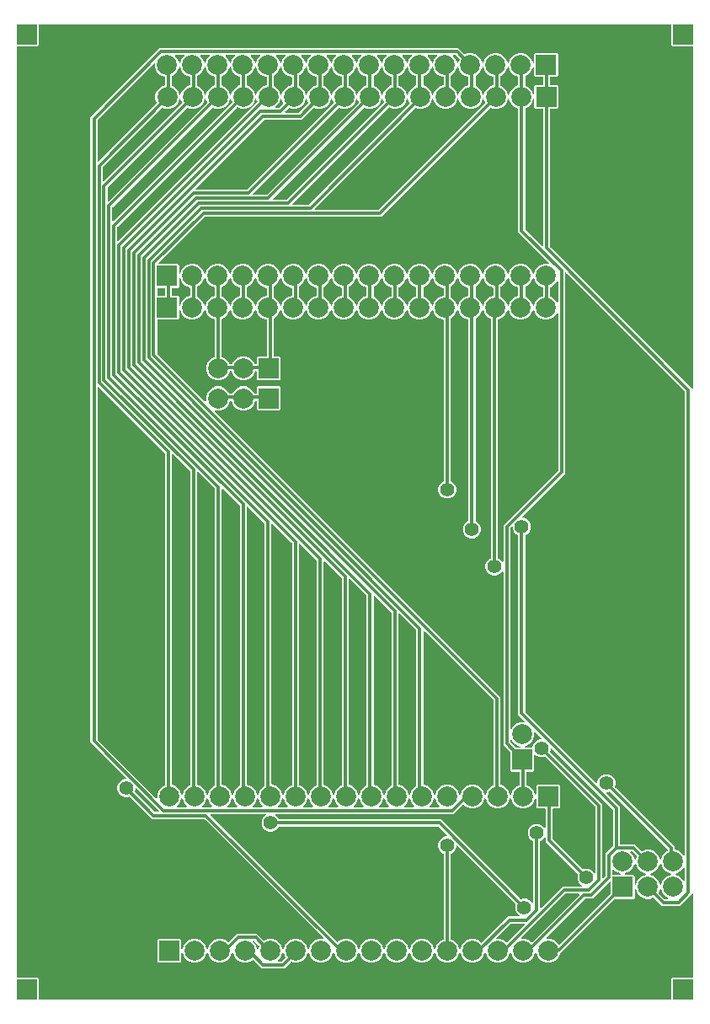
<source format=gbr>
G04 EAGLE Gerber RS-274X export*
G75*
%MOMM*%
%FSLAX34Y34*%
%LPD*%
%INTop Copper*%
%IPPOS*%
%AMOC8*
5,1,8,0,0,1.08239X$1,22.5*%
G01*
G04 Define Apertures*
%ADD10R,2.000000X2.000000*%
%ADD11C,2.000000*%
%ADD12C,0.300000*%
%ADD13C,1.400000*%
G36*
X667375Y10060D02*
X667078Y10000D01*
X32922Y10000D01*
X32647Y10051D01*
X32392Y10215D01*
X32220Y10465D01*
X32160Y10762D01*
X32160Y30988D01*
X30988Y32160D01*
X10762Y32160D01*
X10487Y32211D01*
X10232Y32375D01*
X10060Y32625D01*
X10000Y32922D01*
X10000Y967078D01*
X10051Y967353D01*
X10215Y967608D01*
X10465Y967780D01*
X10762Y967840D01*
X30988Y967840D01*
X32160Y969012D01*
X32160Y989238D01*
X32211Y989513D01*
X32375Y989768D01*
X32625Y989940D01*
X32922Y990000D01*
X667078Y990000D01*
X667353Y989949D01*
X667608Y989785D01*
X667780Y989535D01*
X667840Y989238D01*
X667840Y969012D01*
X669012Y967840D01*
X689238Y967840D01*
X689513Y967789D01*
X689768Y967625D01*
X689940Y967375D01*
X690000Y967078D01*
X690000Y624289D01*
X689953Y624026D01*
X689794Y623768D01*
X689546Y623593D01*
X689250Y623527D01*
X688952Y623583D01*
X688699Y623751D01*
X546223Y766227D01*
X546060Y766468D01*
X546000Y766765D01*
X546000Y904238D01*
X546051Y904513D01*
X546215Y904768D01*
X546465Y904940D01*
X546762Y905000D01*
X552988Y905000D01*
X554160Y906172D01*
X554160Y927828D01*
X552988Y929000D01*
X546762Y929000D01*
X546487Y929051D01*
X546232Y929215D01*
X546060Y929465D01*
X546000Y929762D01*
X546000Y936238D01*
X546051Y936513D01*
X546215Y936768D01*
X546465Y936940D01*
X546762Y937000D01*
X552828Y937000D01*
X554000Y938172D01*
X554000Y959828D01*
X552828Y961000D01*
X531172Y961000D01*
X530000Y959828D01*
X530000Y951838D01*
X529955Y951580D01*
X529798Y951321D01*
X529552Y951144D01*
X529256Y951076D01*
X528958Y951129D01*
X528704Y951295D01*
X528534Y951546D01*
X526773Y955797D01*
X523397Y959173D01*
X518987Y961000D01*
X514213Y961000D01*
X509803Y959173D01*
X506427Y955797D01*
X504604Y951397D01*
X504460Y951171D01*
X504214Y950994D01*
X503918Y950926D01*
X503620Y950980D01*
X503366Y951145D01*
X503196Y951397D01*
X501373Y955797D01*
X497997Y959173D01*
X493587Y961000D01*
X488813Y961000D01*
X484403Y959173D01*
X481027Y955797D01*
X479204Y951397D01*
X479060Y951171D01*
X478814Y950994D01*
X478518Y950926D01*
X478220Y950980D01*
X477966Y951145D01*
X477796Y951397D01*
X475973Y955797D01*
X472597Y959173D01*
X468187Y961000D01*
X463413Y961000D01*
X460727Y959888D01*
X460448Y959830D01*
X460150Y959885D01*
X459897Y960053D01*
X453950Y966000D01*
X153550Y966000D01*
X84000Y896450D01*
X84000Y268550D01*
X119749Y232801D01*
X119902Y232581D01*
X119972Y232286D01*
X119921Y231987D01*
X119758Y231732D01*
X119508Y231560D01*
X119211Y231500D01*
X118210Y231500D01*
X114902Y230130D01*
X112370Y227598D01*
X111000Y224290D01*
X111000Y220710D01*
X112370Y217402D01*
X114902Y214870D01*
X118210Y213500D01*
X121790Y213500D01*
X122918Y213967D01*
X123197Y214025D01*
X123495Y213969D01*
X123748Y213802D01*
X146050Y191500D01*
X198235Y191500D01*
X198521Y191444D01*
X198773Y191277D01*
X317749Y72301D01*
X317902Y72081D01*
X317972Y71786D01*
X317921Y71487D01*
X317758Y71232D01*
X317508Y71060D01*
X317211Y71000D01*
X313013Y71000D01*
X308603Y69173D01*
X305227Y65797D01*
X303404Y61397D01*
X303260Y61171D01*
X303014Y60994D01*
X302718Y60926D01*
X302420Y60980D01*
X302166Y61145D01*
X301996Y61397D01*
X300173Y65797D01*
X296797Y69173D01*
X292387Y71000D01*
X287613Y71000D01*
X283203Y69173D01*
X279827Y65797D01*
X278004Y61397D01*
X277860Y61171D01*
X277614Y60994D01*
X277318Y60926D01*
X277020Y60980D01*
X276766Y61145D01*
X276596Y61397D01*
X274773Y65797D01*
X271397Y69173D01*
X266987Y71000D01*
X262213Y71000D01*
X258608Y69507D01*
X258329Y69449D01*
X258031Y69505D01*
X257778Y69672D01*
X251450Y76000D01*
X231050Y76000D01*
X222949Y67899D01*
X222719Y67741D01*
X222423Y67676D01*
X222124Y67731D01*
X221872Y67899D01*
X220597Y69173D01*
X216187Y71000D01*
X211413Y71000D01*
X207003Y69173D01*
X203627Y65797D01*
X201804Y61397D01*
X201660Y61171D01*
X201414Y60994D01*
X201118Y60926D01*
X200820Y60980D01*
X200566Y61145D01*
X200396Y61397D01*
X198573Y65797D01*
X195197Y69173D01*
X190787Y71000D01*
X186013Y71000D01*
X181603Y69173D01*
X178227Y65797D01*
X176466Y61546D01*
X176326Y61325D01*
X176081Y61146D01*
X175786Y61076D01*
X175487Y61127D01*
X175232Y61291D01*
X175060Y61541D01*
X175000Y61838D01*
X175000Y69828D01*
X173828Y71000D01*
X152172Y71000D01*
X151000Y69828D01*
X151000Y48172D01*
X152172Y47000D01*
X173828Y47000D01*
X175000Y48172D01*
X175000Y56162D01*
X175045Y56420D01*
X175202Y56679D01*
X175448Y56856D01*
X175744Y56924D01*
X176042Y56871D01*
X176297Y56705D01*
X176466Y56454D01*
X178227Y52203D01*
X181603Y48827D01*
X186013Y47000D01*
X190787Y47000D01*
X195197Y48827D01*
X198573Y52203D01*
X200396Y56603D01*
X200540Y56829D01*
X200786Y57006D01*
X201082Y57074D01*
X201380Y57020D01*
X201635Y56855D01*
X201804Y56603D01*
X203627Y52203D01*
X207003Y48827D01*
X211413Y47000D01*
X216187Y47000D01*
X220597Y48827D01*
X223973Y52203D01*
X225796Y56603D01*
X225940Y56829D01*
X226186Y57006D01*
X226482Y57074D01*
X226780Y57020D01*
X227035Y56855D01*
X227204Y56603D01*
X229027Y52203D01*
X232403Y48827D01*
X236813Y47000D01*
X241587Y47000D01*
X245997Y48827D01*
X246822Y49651D01*
X247052Y49809D01*
X247348Y49874D01*
X247646Y49819D01*
X247899Y49651D01*
X256050Y41500D01*
X278950Y41500D01*
X285016Y47566D01*
X285252Y47727D01*
X285549Y47790D01*
X285847Y47732D01*
X287613Y47000D01*
X292387Y47000D01*
X296797Y48827D01*
X300173Y52203D01*
X301996Y56603D01*
X302140Y56829D01*
X302386Y57006D01*
X302682Y57074D01*
X302980Y57020D01*
X303235Y56855D01*
X303404Y56603D01*
X305227Y52203D01*
X308603Y48827D01*
X313013Y47000D01*
X317787Y47000D01*
X322197Y48827D01*
X325573Y52203D01*
X327396Y56603D01*
X327540Y56829D01*
X327786Y57006D01*
X328082Y57074D01*
X328380Y57020D01*
X328635Y56855D01*
X328804Y56603D01*
X330627Y52203D01*
X334003Y48827D01*
X338413Y47000D01*
X343187Y47000D01*
X347597Y48827D01*
X350973Y52203D01*
X352796Y56603D01*
X352940Y56829D01*
X353186Y57006D01*
X353482Y57074D01*
X353780Y57020D01*
X354035Y56855D01*
X354204Y56603D01*
X356027Y52203D01*
X359403Y48827D01*
X363813Y47000D01*
X368587Y47000D01*
X372997Y48827D01*
X376373Y52203D01*
X378196Y56603D01*
X378340Y56829D01*
X378586Y57006D01*
X378882Y57074D01*
X379180Y57020D01*
X379435Y56855D01*
X379604Y56603D01*
X381427Y52203D01*
X384803Y48827D01*
X389213Y47000D01*
X393987Y47000D01*
X398397Y48827D01*
X401773Y52203D01*
X403596Y56603D01*
X403740Y56829D01*
X403986Y57006D01*
X404282Y57074D01*
X404580Y57020D01*
X404835Y56855D01*
X405004Y56603D01*
X406827Y52203D01*
X410203Y48827D01*
X414613Y47000D01*
X419387Y47000D01*
X423797Y48827D01*
X427173Y52203D01*
X428996Y56603D01*
X429140Y56829D01*
X429386Y57006D01*
X429682Y57074D01*
X429980Y57020D01*
X430235Y56855D01*
X430404Y56603D01*
X432227Y52203D01*
X435603Y48827D01*
X440013Y47000D01*
X444787Y47000D01*
X449197Y48827D01*
X452573Y52203D01*
X454396Y56603D01*
X454540Y56829D01*
X454786Y57006D01*
X455082Y57074D01*
X455380Y57020D01*
X455635Y56855D01*
X455804Y56603D01*
X457627Y52203D01*
X461003Y48827D01*
X465413Y47000D01*
X470187Y47000D01*
X474597Y48827D01*
X477973Y52203D01*
X479796Y56603D01*
X479940Y56829D01*
X480186Y57006D01*
X480482Y57074D01*
X480780Y57020D01*
X481035Y56855D01*
X481204Y56603D01*
X483027Y52203D01*
X486403Y48827D01*
X490813Y47000D01*
X495587Y47000D01*
X499997Y48827D01*
X503373Y52203D01*
X505196Y56603D01*
X505340Y56829D01*
X505586Y57006D01*
X505882Y57074D01*
X506180Y57020D01*
X506435Y56855D01*
X506604Y56603D01*
X508427Y52203D01*
X511803Y48827D01*
X516213Y47000D01*
X520987Y47000D01*
X525397Y48827D01*
X528773Y52203D01*
X530596Y56603D01*
X530740Y56829D01*
X530986Y57006D01*
X531282Y57074D01*
X531580Y57020D01*
X531835Y56855D01*
X532004Y56603D01*
X533827Y52203D01*
X537203Y48827D01*
X541613Y47000D01*
X546387Y47000D01*
X550797Y48827D01*
X554173Y52203D01*
X555758Y56030D01*
X555915Y56268D01*
X556165Y56440D01*
X556447Y56497D01*
X610887Y110937D01*
X611128Y111100D01*
X611425Y111160D01*
X629828Y111160D01*
X631000Y112332D01*
X631000Y120322D01*
X631045Y120580D01*
X631202Y120839D01*
X631448Y121016D01*
X631744Y121084D01*
X632042Y121031D01*
X632297Y120865D01*
X632466Y120614D01*
X634227Y116363D01*
X637603Y112987D01*
X642013Y111160D01*
X646787Y111160D01*
X649572Y112313D01*
X649851Y112371D01*
X650149Y112316D01*
X650402Y112148D01*
X658550Y104000D01*
X676450Y104000D01*
X688699Y116249D01*
X688919Y116402D01*
X689214Y116472D01*
X689513Y116421D01*
X689768Y116258D01*
X689940Y116008D01*
X690000Y115711D01*
X690000Y32922D01*
X689949Y32647D01*
X689785Y32392D01*
X689535Y32220D01*
X689238Y32160D01*
X669012Y32160D01*
X667840Y30988D01*
X667840Y10762D01*
X667789Y10487D01*
X667625Y10232D01*
X667375Y10060D01*
G37*
G36*
X377214Y950994D02*
X376918Y950926D01*
X376620Y950980D01*
X376366Y951145D01*
X376196Y951397D01*
X374373Y955797D01*
X372471Y957699D01*
X372318Y957919D01*
X372249Y958214D01*
X372299Y958513D01*
X372463Y958768D01*
X372713Y958940D01*
X373010Y959000D01*
X380790Y959000D01*
X381053Y958953D01*
X381311Y958794D01*
X381487Y958546D01*
X381552Y958250D01*
X381496Y957952D01*
X381329Y957699D01*
X379427Y955797D01*
X377604Y951397D01*
X377460Y951171D01*
X377214Y950994D01*
G37*
G36*
X402614Y950994D02*
X402318Y950926D01*
X402020Y950980D01*
X401766Y951145D01*
X401596Y951397D01*
X399773Y955797D01*
X397871Y957699D01*
X397718Y957919D01*
X397649Y958214D01*
X397699Y958513D01*
X397863Y958768D01*
X398113Y958940D01*
X398410Y959000D01*
X406190Y959000D01*
X406453Y958953D01*
X406711Y958794D01*
X406887Y958546D01*
X406952Y958250D01*
X406896Y957952D01*
X406729Y957699D01*
X404827Y955797D01*
X403004Y951397D01*
X402860Y951171D01*
X402614Y950994D01*
G37*
G36*
X224814Y950994D02*
X224518Y950926D01*
X224220Y950980D01*
X223966Y951145D01*
X223796Y951397D01*
X221973Y955797D01*
X220071Y957699D01*
X219918Y957919D01*
X219849Y958214D01*
X219899Y958513D01*
X220063Y958768D01*
X220313Y958940D01*
X220610Y959000D01*
X228390Y959000D01*
X228653Y958953D01*
X228911Y958794D01*
X229087Y958546D01*
X229152Y958250D01*
X229096Y957952D01*
X228929Y957699D01*
X227027Y955797D01*
X225204Y951397D01*
X225060Y951171D01*
X224814Y950994D01*
G37*
G36*
X199414Y950994D02*
X199118Y950926D01*
X198820Y950980D01*
X198566Y951145D01*
X198396Y951397D01*
X196573Y955797D01*
X194671Y957699D01*
X194518Y957919D01*
X194449Y958214D01*
X194499Y958513D01*
X194663Y958768D01*
X194913Y958940D01*
X195210Y959000D01*
X202990Y959000D01*
X203253Y958953D01*
X203511Y958794D01*
X203687Y958546D01*
X203752Y958250D01*
X203696Y957952D01*
X203529Y957699D01*
X201627Y955797D01*
X199804Y951397D01*
X199660Y951171D01*
X199414Y950994D01*
G37*
G36*
X351814Y950994D02*
X351518Y950926D01*
X351220Y950980D01*
X350966Y951145D01*
X350796Y951397D01*
X348973Y955797D01*
X347071Y957699D01*
X346918Y957919D01*
X346849Y958214D01*
X346899Y958513D01*
X347063Y958768D01*
X347313Y958940D01*
X347610Y959000D01*
X355390Y959000D01*
X355653Y958953D01*
X355911Y958794D01*
X356087Y958546D01*
X356152Y958250D01*
X356096Y957952D01*
X355929Y957699D01*
X354027Y955797D01*
X352204Y951397D01*
X352060Y951171D01*
X351814Y950994D01*
G37*
G36*
X275614Y950994D02*
X275318Y950926D01*
X275020Y950980D01*
X274766Y951145D01*
X274596Y951397D01*
X272773Y955797D01*
X270871Y957699D01*
X270718Y957919D01*
X270649Y958214D01*
X270699Y958513D01*
X270863Y958768D01*
X271113Y958940D01*
X271410Y959000D01*
X279190Y959000D01*
X279453Y958953D01*
X279711Y958794D01*
X279887Y958546D01*
X279952Y958250D01*
X279896Y957952D01*
X279729Y957699D01*
X277827Y955797D01*
X276004Y951397D01*
X275860Y951171D01*
X275614Y950994D01*
G37*
G36*
X428014Y950994D02*
X427718Y950926D01*
X427420Y950980D01*
X427166Y951145D01*
X426996Y951397D01*
X425173Y955797D01*
X423271Y957699D01*
X423118Y957919D01*
X423049Y958214D01*
X423099Y958513D01*
X423263Y958768D01*
X423513Y958940D01*
X423810Y959000D01*
X431590Y959000D01*
X431853Y958953D01*
X432111Y958794D01*
X432287Y958546D01*
X432352Y958250D01*
X432296Y957952D01*
X432129Y957699D01*
X430227Y955797D01*
X428404Y951397D01*
X428260Y951171D01*
X428014Y950994D01*
G37*
G36*
X301014Y950994D02*
X300718Y950926D01*
X300420Y950980D01*
X300166Y951145D01*
X299996Y951397D01*
X298173Y955797D01*
X296271Y957699D01*
X296118Y957919D01*
X296049Y958214D01*
X296099Y958513D01*
X296263Y958768D01*
X296513Y958940D01*
X296810Y959000D01*
X304590Y959000D01*
X304853Y958953D01*
X305111Y958794D01*
X305287Y958546D01*
X305352Y958250D01*
X305296Y957952D01*
X305129Y957699D01*
X303227Y955797D01*
X301404Y951397D01*
X301260Y951171D01*
X301014Y950994D01*
G37*
G36*
X453414Y950994D02*
X453118Y950926D01*
X452820Y950980D01*
X452566Y951145D01*
X452396Y951397D01*
X450573Y955797D01*
X448671Y957699D01*
X448518Y957919D01*
X448449Y958214D01*
X448499Y958513D01*
X448663Y958768D01*
X448913Y958940D01*
X449210Y959000D01*
X450735Y959000D01*
X451021Y958944D01*
X451273Y958777D01*
X454864Y955186D01*
X455025Y954950D01*
X455088Y954653D01*
X455030Y954355D01*
X453804Y951397D01*
X453660Y951171D01*
X453414Y950994D01*
G37*
G36*
X250214Y950994D02*
X249918Y950926D01*
X249620Y950980D01*
X249366Y951145D01*
X249196Y951397D01*
X247373Y955797D01*
X245471Y957699D01*
X245318Y957919D01*
X245249Y958214D01*
X245299Y958513D01*
X245463Y958768D01*
X245713Y958940D01*
X246010Y959000D01*
X253790Y959000D01*
X254053Y958953D01*
X254311Y958794D01*
X254487Y958546D01*
X254552Y958250D01*
X254496Y957952D01*
X254329Y957699D01*
X252427Y955797D01*
X250604Y951397D01*
X250460Y951171D01*
X250214Y950994D01*
G37*
G36*
X174014Y950994D02*
X173718Y950926D01*
X173420Y950980D01*
X173166Y951145D01*
X172996Y951397D01*
X171173Y955797D01*
X169271Y957699D01*
X169118Y957919D01*
X169049Y958214D01*
X169099Y958513D01*
X169263Y958768D01*
X169513Y958940D01*
X169810Y959000D01*
X177590Y959000D01*
X177853Y958953D01*
X178111Y958794D01*
X178287Y958546D01*
X178352Y958250D01*
X178296Y957952D01*
X178129Y957699D01*
X176227Y955797D01*
X174404Y951397D01*
X174260Y951171D01*
X174014Y950994D01*
G37*
G36*
X326414Y950994D02*
X326118Y950926D01*
X325820Y950980D01*
X325566Y951145D01*
X325396Y951397D01*
X323573Y955797D01*
X321671Y957699D01*
X321518Y957919D01*
X321449Y958214D01*
X321499Y958513D01*
X321663Y958768D01*
X321913Y958940D01*
X322210Y959000D01*
X329990Y959000D01*
X330253Y958953D01*
X330511Y958794D01*
X330687Y958546D01*
X330752Y958250D01*
X330696Y957952D01*
X330529Y957699D01*
X328627Y955797D01*
X326804Y951397D01*
X326660Y951171D01*
X326414Y950994D01*
G37*
G36*
X92081Y852098D02*
X91786Y852028D01*
X91487Y852079D01*
X91232Y852242D01*
X91060Y852492D01*
X91000Y852789D01*
X91000Y893235D01*
X91056Y893521D01*
X91223Y893773D01*
X147699Y950249D01*
X147919Y950402D01*
X148214Y950472D01*
X148513Y950421D01*
X148768Y950258D01*
X148940Y950008D01*
X149000Y949711D01*
X149000Y946613D01*
X150827Y942203D01*
X154203Y938827D01*
X158530Y937035D01*
X158768Y936878D01*
X158940Y936628D01*
X159000Y936331D01*
X159000Y929603D01*
X158947Y929323D01*
X158781Y929069D01*
X158530Y928899D01*
X154363Y927173D01*
X150987Y923797D01*
X149160Y919387D01*
X149160Y914613D01*
X150577Y911192D01*
X150635Y910913D01*
X150579Y910614D01*
X150412Y910362D01*
X92301Y852251D01*
X92081Y852098D01*
G37*
G36*
X351974Y918994D02*
X351678Y918926D01*
X351380Y918980D01*
X351126Y919145D01*
X350956Y919397D01*
X349133Y923797D01*
X345757Y927173D01*
X343970Y927913D01*
X343732Y928070D01*
X343560Y928320D01*
X343500Y928617D01*
X343500Y937449D01*
X343553Y937729D01*
X343719Y937983D01*
X343970Y938153D01*
X345597Y938827D01*
X348973Y942203D01*
X350796Y946603D01*
X350940Y946829D01*
X351186Y947006D01*
X351482Y947074D01*
X351780Y947020D01*
X352035Y946855D01*
X352204Y946603D01*
X354027Y942203D01*
X357403Y938827D01*
X361030Y937325D01*
X361268Y937168D01*
X361440Y936918D01*
X361500Y936621D01*
X361500Y929313D01*
X361447Y929033D01*
X361281Y928779D01*
X361030Y928609D01*
X357563Y927173D01*
X354187Y923797D01*
X352364Y919397D01*
X352220Y919171D01*
X351974Y918994D01*
G37*
G36*
X199574Y918994D02*
X199278Y918926D01*
X198980Y918980D01*
X198726Y919145D01*
X198556Y919397D01*
X196733Y923797D01*
X193357Y927173D01*
X191470Y927955D01*
X191232Y928111D01*
X191060Y928362D01*
X191000Y928659D01*
X191000Y937408D01*
X191053Y937688D01*
X191219Y937942D01*
X191470Y938112D01*
X193197Y938827D01*
X196573Y942203D01*
X198396Y946603D01*
X198540Y946829D01*
X198786Y947006D01*
X199082Y947074D01*
X199380Y947020D01*
X199635Y946855D01*
X199804Y946603D01*
X201627Y942203D01*
X205003Y938827D01*
X208530Y937366D01*
X208768Y937209D01*
X208940Y936959D01*
X209000Y936662D01*
X209000Y929272D01*
X208947Y928991D01*
X208781Y928737D01*
X208530Y928568D01*
X205163Y927173D01*
X201787Y923797D01*
X199964Y919397D01*
X199820Y919171D01*
X199574Y918994D01*
G37*
G36*
X224974Y918994D02*
X224678Y918926D01*
X224380Y918980D01*
X224126Y919145D01*
X223956Y919397D01*
X222133Y923797D01*
X218757Y927173D01*
X216470Y928120D01*
X216232Y928277D01*
X216060Y928527D01*
X216000Y928824D01*
X216000Y937242D01*
X216053Y937522D01*
X216219Y937776D01*
X216470Y937946D01*
X218597Y938827D01*
X221973Y942203D01*
X223796Y946603D01*
X223940Y946829D01*
X224186Y947006D01*
X224482Y947074D01*
X224780Y947020D01*
X225035Y946855D01*
X225204Y946603D01*
X227027Y942203D01*
X230403Y938827D01*
X233530Y937532D01*
X233768Y937375D01*
X233940Y937125D01*
X234000Y936828D01*
X234000Y929106D01*
X233947Y928826D01*
X233781Y928572D01*
X233530Y928402D01*
X230563Y927173D01*
X227187Y923797D01*
X225364Y919397D01*
X225220Y919171D01*
X224974Y918994D01*
G37*
G36*
X504374Y918994D02*
X504078Y918926D01*
X503780Y918980D01*
X503526Y919145D01*
X503356Y919397D01*
X501533Y923797D01*
X498157Y927173D01*
X496470Y927872D01*
X496232Y928029D01*
X496060Y928279D01*
X496000Y928576D01*
X496000Y937490D01*
X496053Y937771D01*
X496219Y938025D01*
X496470Y938194D01*
X497997Y938827D01*
X501373Y942203D01*
X503196Y946603D01*
X503340Y946829D01*
X503586Y947006D01*
X503882Y947074D01*
X504180Y947020D01*
X504435Y946855D01*
X504604Y946603D01*
X506427Y942203D01*
X509803Y938827D01*
X513530Y937283D01*
X513768Y937126D01*
X513940Y936876D01*
X514000Y936579D01*
X514000Y929355D01*
X513947Y929074D01*
X513781Y928820D01*
X513530Y928651D01*
X509963Y927173D01*
X506587Y923797D01*
X504764Y919397D01*
X504620Y919171D01*
X504374Y918994D01*
G37*
G36*
X453574Y918994D02*
X453278Y918926D01*
X452980Y918980D01*
X452726Y919145D01*
X452556Y919397D01*
X450733Y923797D01*
X447357Y927173D01*
X446470Y927541D01*
X446232Y927697D01*
X446060Y927947D01*
X446000Y928245D01*
X446000Y937822D01*
X446053Y938102D01*
X446219Y938356D01*
X446470Y938526D01*
X447197Y938827D01*
X450573Y942203D01*
X452396Y946603D01*
X452540Y946829D01*
X452786Y947006D01*
X453082Y947074D01*
X453380Y947020D01*
X453635Y946855D01*
X453804Y946603D01*
X455627Y942203D01*
X459003Y938827D01*
X463530Y936952D01*
X463768Y936795D01*
X463940Y936545D01*
X464000Y936248D01*
X464000Y929686D01*
X463947Y929406D01*
X463781Y929152D01*
X463530Y928982D01*
X459163Y927173D01*
X455787Y923797D01*
X453964Y919397D01*
X453820Y919171D01*
X453574Y918994D01*
G37*
G36*
X174174Y918994D02*
X173878Y918926D01*
X173580Y918980D01*
X173326Y919145D01*
X173156Y919397D01*
X171333Y923797D01*
X167957Y927173D01*
X166470Y927789D01*
X166232Y927946D01*
X166060Y928196D01*
X166000Y928493D01*
X166000Y937573D01*
X166053Y937854D01*
X166219Y938108D01*
X166470Y938277D01*
X167797Y938827D01*
X171173Y942203D01*
X172996Y946603D01*
X173140Y946829D01*
X173386Y947006D01*
X173682Y947074D01*
X173980Y947020D01*
X174235Y946855D01*
X174404Y946603D01*
X176227Y942203D01*
X179603Y938827D01*
X183530Y937200D01*
X183768Y937044D01*
X183940Y936793D01*
X184000Y936496D01*
X184000Y929437D01*
X183947Y929157D01*
X183781Y928903D01*
X183530Y928733D01*
X179763Y927173D01*
X176387Y923797D01*
X174564Y919397D01*
X174420Y919171D01*
X174174Y918994D01*
G37*
G36*
X428174Y918994D02*
X427878Y918926D01*
X427580Y918980D01*
X427326Y919145D01*
X427156Y919397D01*
X425333Y923797D01*
X421957Y927173D01*
X418970Y928410D01*
X418732Y928567D01*
X418560Y928817D01*
X418500Y929114D01*
X418500Y936952D01*
X418553Y937232D01*
X418719Y937486D01*
X418970Y937656D01*
X421797Y938827D01*
X425173Y942203D01*
X426996Y946603D01*
X427140Y946829D01*
X427386Y947006D01*
X427682Y947074D01*
X427980Y947020D01*
X428235Y946855D01*
X428404Y946603D01*
X430227Y942203D01*
X433603Y938827D01*
X438013Y937000D01*
X438238Y937000D01*
X438513Y936949D01*
X438768Y936785D01*
X438940Y936535D01*
X439000Y936238D01*
X439000Y929762D01*
X438949Y929487D01*
X438785Y929232D01*
X438535Y929060D01*
X438238Y929000D01*
X438173Y929000D01*
X433763Y927173D01*
X430387Y923797D01*
X428564Y919397D01*
X428420Y919171D01*
X428174Y918994D01*
G37*
G36*
X478974Y918994D02*
X478678Y918926D01*
X478380Y918980D01*
X478126Y919145D01*
X477956Y919397D01*
X476133Y923797D01*
X472757Y927173D01*
X471470Y927706D01*
X471232Y927863D01*
X471060Y928113D01*
X471000Y928410D01*
X471000Y937656D01*
X471053Y937936D01*
X471219Y938191D01*
X471470Y938360D01*
X472597Y938827D01*
X475973Y942203D01*
X477796Y946603D01*
X477940Y946829D01*
X478186Y947006D01*
X478482Y947074D01*
X478780Y947020D01*
X479035Y946855D01*
X479204Y946603D01*
X481027Y942203D01*
X484403Y938827D01*
X488530Y937117D01*
X488768Y936961D01*
X488940Y936711D01*
X489000Y936413D01*
X489000Y929520D01*
X488947Y929240D01*
X488781Y928986D01*
X488530Y928816D01*
X484563Y927173D01*
X481187Y923797D01*
X479364Y919397D01*
X479220Y919171D01*
X478974Y918994D01*
G37*
G36*
X402774Y918994D02*
X402478Y918926D01*
X402180Y918980D01*
X401926Y919145D01*
X401756Y919397D01*
X399933Y923797D01*
X396557Y927173D01*
X393970Y928245D01*
X393732Y928401D01*
X393560Y928651D01*
X393500Y928949D01*
X393500Y937118D01*
X393553Y937398D01*
X393719Y937652D01*
X393970Y937822D01*
X396397Y938827D01*
X399773Y942203D01*
X401596Y946603D01*
X401740Y946829D01*
X401986Y947006D01*
X402282Y947074D01*
X402580Y947020D01*
X402835Y946855D01*
X403004Y946603D01*
X404827Y942203D01*
X408203Y938827D01*
X411030Y937656D01*
X411268Y937499D01*
X411440Y937249D01*
X411500Y936952D01*
X411500Y928982D01*
X411447Y928702D01*
X411281Y928447D01*
X411030Y928278D01*
X408363Y927173D01*
X404987Y923797D01*
X403164Y919397D01*
X403020Y919171D01*
X402774Y918994D01*
G37*
G36*
X275774Y918994D02*
X275478Y918926D01*
X275180Y918980D01*
X274926Y919145D01*
X274756Y919397D01*
X272933Y923797D01*
X269557Y927173D01*
X268970Y927416D01*
X268732Y927573D01*
X268560Y927823D01*
X268500Y928120D01*
X268500Y937946D01*
X268553Y938226D01*
X268719Y938481D01*
X268970Y938650D01*
X269397Y938827D01*
X272773Y942203D01*
X274596Y946603D01*
X274740Y946829D01*
X274986Y947006D01*
X275282Y947074D01*
X275580Y947020D01*
X275835Y946855D01*
X276004Y946603D01*
X277827Y942203D01*
X281203Y938827D01*
X285613Y937000D01*
X285738Y937000D01*
X286013Y936949D01*
X286268Y936785D01*
X286440Y936535D01*
X286500Y936238D01*
X286500Y929762D01*
X286449Y929487D01*
X286285Y929232D01*
X286035Y929060D01*
X285807Y929014D01*
X281363Y927173D01*
X277987Y923797D01*
X276164Y919397D01*
X276020Y919171D01*
X275774Y918994D01*
G37*
G36*
X301174Y918994D02*
X300878Y918926D01*
X300580Y918980D01*
X300326Y919145D01*
X300156Y919397D01*
X298333Y923797D01*
X294957Y927173D01*
X293970Y927582D01*
X293732Y927739D01*
X293560Y927989D01*
X293500Y928286D01*
X293500Y937780D01*
X293553Y938061D01*
X293719Y938315D01*
X293970Y938484D01*
X294797Y938827D01*
X298173Y942203D01*
X299996Y946603D01*
X300140Y946829D01*
X300386Y947006D01*
X300682Y947074D01*
X300980Y947020D01*
X301235Y946855D01*
X301404Y946603D01*
X303227Y942203D01*
X306603Y938827D01*
X311030Y936993D01*
X311268Y936837D01*
X311440Y936586D01*
X311500Y936289D01*
X311500Y929645D01*
X311447Y929364D01*
X311281Y929110D01*
X311030Y928941D01*
X306763Y927173D01*
X303387Y923797D01*
X301564Y919397D01*
X301420Y919171D01*
X301174Y918994D01*
G37*
G36*
X377374Y918994D02*
X377078Y918926D01*
X376780Y918980D01*
X376526Y919145D01*
X376356Y919397D01*
X374533Y923797D01*
X371157Y927173D01*
X368970Y928079D01*
X368732Y928236D01*
X368560Y928486D01*
X368500Y928783D01*
X368500Y937283D01*
X368553Y937564D01*
X368719Y937818D01*
X368970Y937987D01*
X370997Y938827D01*
X374373Y942203D01*
X376196Y946603D01*
X376340Y946829D01*
X376586Y947006D01*
X376882Y947074D01*
X377180Y947020D01*
X377435Y946855D01*
X377604Y946603D01*
X379427Y942203D01*
X382803Y938827D01*
X386030Y937490D01*
X386268Y937334D01*
X386440Y937083D01*
X386500Y936786D01*
X386500Y929148D01*
X386447Y928867D01*
X386281Y928613D01*
X386030Y928444D01*
X382963Y927173D01*
X379587Y923797D01*
X377764Y919397D01*
X377620Y919171D01*
X377374Y918994D01*
G37*
G36*
X250374Y918994D02*
X250078Y918926D01*
X249780Y918980D01*
X249526Y919145D01*
X249356Y919397D01*
X247533Y923797D01*
X244157Y927173D01*
X241470Y928286D01*
X241232Y928443D01*
X241060Y928693D01*
X241000Y928990D01*
X241000Y937076D01*
X241053Y937357D01*
X241219Y937611D01*
X241470Y937780D01*
X243997Y938827D01*
X247373Y942203D01*
X249196Y946603D01*
X249340Y946829D01*
X249586Y947006D01*
X249882Y947074D01*
X250180Y947020D01*
X250435Y946855D01*
X250604Y946603D01*
X252427Y942203D01*
X255803Y938827D01*
X260213Y937000D01*
X260738Y937000D01*
X261013Y936949D01*
X261268Y936785D01*
X261440Y936535D01*
X261500Y936238D01*
X261500Y929762D01*
X261449Y929487D01*
X261285Y929232D01*
X261035Y929060D01*
X260738Y929000D01*
X260373Y929000D01*
X255963Y927173D01*
X252587Y923797D01*
X250764Y919397D01*
X250620Y919171D01*
X250374Y918994D01*
G37*
G36*
X326574Y918994D02*
X326278Y918926D01*
X325980Y918980D01*
X325726Y919145D01*
X325556Y919397D01*
X323733Y923797D01*
X320357Y927173D01*
X318970Y927748D01*
X318732Y927904D01*
X318560Y928154D01*
X318500Y928452D01*
X318500Y937615D01*
X318553Y937895D01*
X318719Y938149D01*
X318970Y938319D01*
X320197Y938827D01*
X323573Y942203D01*
X325396Y946603D01*
X325540Y946829D01*
X325786Y947006D01*
X326082Y947074D01*
X326380Y947020D01*
X326635Y946855D01*
X326804Y946603D01*
X328627Y942203D01*
X332003Y938827D01*
X336030Y937159D01*
X336268Y937002D01*
X336440Y936752D01*
X336500Y936455D01*
X336500Y929479D01*
X336447Y929199D01*
X336281Y928944D01*
X336030Y928775D01*
X332163Y927173D01*
X328787Y923797D01*
X326964Y919397D01*
X326820Y919171D01*
X326574Y918994D01*
G37*
G36*
X529712Y919144D02*
X529416Y919076D01*
X529118Y919129D01*
X528864Y919295D01*
X528694Y919546D01*
X526933Y923797D01*
X523557Y927173D01*
X521470Y928038D01*
X521232Y928194D01*
X521060Y928444D01*
X521000Y928742D01*
X521000Y937325D01*
X521053Y937605D01*
X521219Y937859D01*
X521470Y938029D01*
X523397Y938827D01*
X526773Y942203D01*
X528534Y946454D01*
X528674Y946675D01*
X528919Y946854D01*
X529214Y946924D01*
X529513Y946873D01*
X529768Y946709D01*
X529940Y946459D01*
X530000Y946162D01*
X530000Y938172D01*
X531172Y937000D01*
X538238Y937000D01*
X538513Y936949D01*
X538768Y936785D01*
X538940Y936535D01*
X539000Y936238D01*
X539000Y929762D01*
X538949Y929487D01*
X538785Y929232D01*
X538535Y929060D01*
X538238Y929000D01*
X531332Y929000D01*
X530160Y927828D01*
X530160Y919838D01*
X530115Y919580D01*
X529958Y919321D01*
X529712Y919144D01*
G37*
G36*
X293532Y901060D02*
X293235Y901000D01*
X280289Y901000D01*
X280026Y901047D01*
X279768Y901206D01*
X279593Y901454D01*
X279527Y901750D01*
X279583Y902048D01*
X279751Y902301D01*
X283063Y905613D01*
X283299Y905774D01*
X283596Y905837D01*
X283894Y905779D01*
X285773Y905000D01*
X290547Y905000D01*
X294957Y906827D01*
X298333Y910203D01*
X300156Y914603D01*
X300300Y914829D01*
X300546Y915006D01*
X300842Y915074D01*
X301140Y915020D01*
X301395Y914855D01*
X301564Y914603D01*
X303006Y911121D01*
X303064Y910842D01*
X303009Y910544D01*
X302841Y910291D01*
X293773Y901223D01*
X293532Y901060D01*
G37*
G36*
X102081Y812098D02*
X101786Y812028D01*
X101487Y812079D01*
X101232Y812242D01*
X101060Y812492D01*
X101000Y812789D01*
X101000Y825735D01*
X101056Y826021D01*
X101223Y826273D01*
X180827Y905877D01*
X181063Y906037D01*
X181359Y906100D01*
X181657Y906042D01*
X184173Y905000D01*
X188947Y905000D01*
X193357Y906827D01*
X196733Y910203D01*
X198556Y914603D01*
X198700Y914829D01*
X198946Y915006D01*
X199242Y915074D01*
X199540Y915020D01*
X199795Y914855D01*
X199964Y914603D01*
X201143Y911758D01*
X201201Y911478D01*
X201145Y911180D01*
X200978Y910927D01*
X102301Y812251D01*
X102081Y812098D01*
G37*
G36*
X529614Y738994D02*
X529318Y738926D01*
X529020Y738980D01*
X528766Y739145D01*
X528596Y739397D01*
X526773Y743797D01*
X523397Y747173D01*
X518987Y749000D01*
X514213Y749000D01*
X509803Y747173D01*
X506427Y743797D01*
X504604Y739397D01*
X504460Y739171D01*
X504214Y738994D01*
X503918Y738926D01*
X503620Y738980D01*
X503366Y739145D01*
X503196Y739397D01*
X501373Y743797D01*
X497997Y747173D01*
X493587Y749000D01*
X488813Y749000D01*
X484403Y747173D01*
X481027Y743797D01*
X479204Y739397D01*
X479060Y739171D01*
X478814Y738994D01*
X478518Y738926D01*
X478220Y738980D01*
X477966Y739145D01*
X477796Y739397D01*
X475973Y743797D01*
X472597Y747173D01*
X468187Y749000D01*
X463413Y749000D01*
X459003Y747173D01*
X455627Y743797D01*
X453804Y739397D01*
X453660Y739171D01*
X453414Y738994D01*
X453118Y738926D01*
X452820Y738980D01*
X452566Y739145D01*
X452396Y739397D01*
X450573Y743797D01*
X447197Y747173D01*
X442787Y749000D01*
X438013Y749000D01*
X433603Y747173D01*
X430227Y743797D01*
X428404Y739397D01*
X428260Y739171D01*
X428014Y738994D01*
X427718Y738926D01*
X427420Y738980D01*
X427166Y739145D01*
X426996Y739397D01*
X425173Y743797D01*
X421797Y747173D01*
X417387Y749000D01*
X412613Y749000D01*
X408203Y747173D01*
X404827Y743797D01*
X403004Y739397D01*
X402860Y739171D01*
X402614Y738994D01*
X402318Y738926D01*
X402020Y738980D01*
X401766Y739145D01*
X401596Y739397D01*
X399773Y743797D01*
X396397Y747173D01*
X391987Y749000D01*
X387213Y749000D01*
X382803Y747173D01*
X379427Y743797D01*
X377604Y739397D01*
X377460Y739171D01*
X377214Y738994D01*
X376918Y738926D01*
X376620Y738980D01*
X376366Y739145D01*
X376196Y739397D01*
X374373Y743797D01*
X370997Y747173D01*
X366587Y749000D01*
X361813Y749000D01*
X357403Y747173D01*
X354027Y743797D01*
X352204Y739397D01*
X352060Y739171D01*
X351814Y738994D01*
X351518Y738926D01*
X351220Y738980D01*
X350966Y739145D01*
X350796Y739397D01*
X348973Y743797D01*
X345597Y747173D01*
X341187Y749000D01*
X336413Y749000D01*
X332003Y747173D01*
X328627Y743797D01*
X326804Y739397D01*
X326660Y739171D01*
X326414Y738994D01*
X326118Y738926D01*
X325820Y738980D01*
X325566Y739145D01*
X325396Y739397D01*
X323573Y743797D01*
X320197Y747173D01*
X315787Y749000D01*
X311013Y749000D01*
X306603Y747173D01*
X303227Y743797D01*
X301404Y739397D01*
X301260Y739171D01*
X301014Y738994D01*
X300718Y738926D01*
X300420Y738980D01*
X300166Y739145D01*
X299996Y739397D01*
X298173Y743797D01*
X294797Y747173D01*
X290387Y749000D01*
X285613Y749000D01*
X281203Y747173D01*
X277827Y743797D01*
X276004Y739397D01*
X275860Y739171D01*
X275614Y738994D01*
X275318Y738926D01*
X275020Y738980D01*
X274766Y739145D01*
X274596Y739397D01*
X272773Y743797D01*
X269397Y747173D01*
X264987Y749000D01*
X260213Y749000D01*
X255803Y747173D01*
X252427Y743797D01*
X250604Y739397D01*
X250460Y739171D01*
X250214Y738994D01*
X249918Y738926D01*
X249620Y738980D01*
X249366Y739145D01*
X249196Y739397D01*
X247373Y743797D01*
X243997Y747173D01*
X239587Y749000D01*
X234813Y749000D01*
X230403Y747173D01*
X227027Y743797D01*
X225204Y739397D01*
X225060Y739171D01*
X224814Y738994D01*
X224518Y738926D01*
X224220Y738980D01*
X223966Y739145D01*
X223796Y739397D01*
X221973Y743797D01*
X218597Y747173D01*
X214187Y749000D01*
X209413Y749000D01*
X205003Y747173D01*
X201627Y743797D01*
X199804Y739397D01*
X199660Y739171D01*
X199414Y738994D01*
X199118Y738926D01*
X198820Y738980D01*
X198566Y739145D01*
X198396Y739397D01*
X196573Y743797D01*
X193197Y747173D01*
X188787Y749000D01*
X184013Y749000D01*
X179603Y747173D01*
X176227Y743797D01*
X174466Y739546D01*
X174326Y739325D01*
X174081Y739146D01*
X173786Y739076D01*
X173487Y739127D01*
X173232Y739291D01*
X173060Y739541D01*
X173000Y739838D01*
X173000Y747828D01*
X171828Y749000D01*
X153289Y749000D01*
X153026Y749047D01*
X152768Y749206D01*
X152593Y749454D01*
X152527Y749750D01*
X152583Y750048D01*
X152751Y750301D01*
X198727Y796277D01*
X198968Y796440D01*
X199265Y796500D01*
X376450Y796500D01*
X485768Y905818D01*
X486004Y905979D01*
X486301Y906042D01*
X486599Y905984D01*
X488973Y905000D01*
X493747Y905000D01*
X498157Y906827D01*
X501533Y910203D01*
X503356Y914603D01*
X503500Y914829D01*
X503746Y915006D01*
X504042Y915074D01*
X504340Y915020D01*
X504595Y914855D01*
X504764Y914603D01*
X506587Y910203D01*
X509963Y906827D01*
X513530Y905349D01*
X513768Y905193D01*
X513940Y904943D01*
X514000Y904645D01*
X514000Y781050D01*
X544749Y750301D01*
X544902Y750081D01*
X544972Y749786D01*
X544921Y749487D01*
X544758Y749232D01*
X544508Y749060D01*
X544211Y749000D01*
X539613Y749000D01*
X535203Y747173D01*
X531827Y743797D01*
X530004Y739397D01*
X529860Y739171D01*
X529614Y738994D01*
G37*
G36*
X303532Y808560D02*
X303235Y808500D01*
X287789Y808500D01*
X287526Y808547D01*
X287268Y808706D01*
X287093Y808954D01*
X287027Y809250D01*
X287083Y809548D01*
X287251Y809801D01*
X383532Y906082D01*
X383768Y906242D01*
X384064Y906305D01*
X384362Y906247D01*
X387373Y905000D01*
X392147Y905000D01*
X396557Y906827D01*
X399933Y910203D01*
X401756Y914603D01*
X401900Y914829D01*
X402146Y915006D01*
X402442Y915074D01*
X402740Y915020D01*
X402995Y914855D01*
X403164Y914603D01*
X404870Y910485D01*
X404928Y910205D01*
X404872Y909907D01*
X404705Y909655D01*
X303773Y808723D01*
X303532Y808560D01*
G37*
G36*
X97081Y832098D02*
X96786Y832028D01*
X96487Y832079D01*
X96232Y832242D01*
X96060Y832492D01*
X96000Y832789D01*
X96000Y845735D01*
X96056Y846021D01*
X96223Y846273D01*
X155710Y905760D01*
X155946Y905920D01*
X156242Y905983D01*
X156540Y905925D01*
X158773Y905000D01*
X163547Y905000D01*
X167957Y906827D01*
X171333Y910203D01*
X173156Y914603D01*
X173300Y914829D01*
X173546Y915006D01*
X173842Y915074D01*
X174140Y915020D01*
X174395Y914855D01*
X174564Y914603D01*
X175860Y911475D01*
X175918Y911195D01*
X175862Y910897D01*
X175695Y910644D01*
X97301Y832251D01*
X97081Y832098D01*
G37*
G36*
X261032Y818560D02*
X260735Y818500D01*
X247789Y818500D01*
X247526Y818547D01*
X247268Y818706D01*
X247093Y818954D01*
X247027Y819250D01*
X247083Y819548D01*
X247251Y819801D01*
X333297Y905848D01*
X333533Y906008D01*
X333830Y906071D01*
X334128Y906013D01*
X336573Y905000D01*
X341347Y905000D01*
X345757Y906827D01*
X349133Y910203D01*
X350956Y914603D01*
X351100Y914829D01*
X351346Y915006D01*
X351642Y915074D01*
X351940Y915020D01*
X352195Y914855D01*
X352364Y914603D01*
X353572Y911687D01*
X353630Y911408D01*
X353574Y911109D01*
X353407Y910857D01*
X261273Y818723D01*
X261032Y818560D01*
G37*
G36*
X107081Y792098D02*
X106786Y792028D01*
X106487Y792079D01*
X106232Y792242D01*
X106060Y792492D01*
X106000Y792789D01*
X106000Y805735D01*
X106056Y806021D01*
X106223Y806273D01*
X205944Y905994D01*
X206180Y906155D01*
X206477Y906217D01*
X206774Y906159D01*
X209573Y905000D01*
X214347Y905000D01*
X218757Y906827D01*
X222133Y910203D01*
X223956Y914603D01*
X224100Y914829D01*
X224346Y915006D01*
X224642Y915074D01*
X224940Y915020D01*
X225195Y914855D01*
X225364Y914603D01*
X226426Y912041D01*
X226483Y911761D01*
X226428Y911463D01*
X226260Y911210D01*
X107301Y792251D01*
X107081Y792098D01*
G37*
G36*
X281032Y813560D02*
X280735Y813500D01*
X267789Y813500D01*
X267526Y813547D01*
X267268Y813706D01*
X267093Y813954D01*
X267027Y814250D01*
X267083Y814548D01*
X267251Y814801D01*
X358415Y905965D01*
X358651Y906125D01*
X358947Y906188D01*
X359245Y906130D01*
X361973Y905000D01*
X366747Y905000D01*
X371157Y906827D01*
X374533Y910203D01*
X376356Y914603D01*
X376500Y914829D01*
X376746Y915006D01*
X377042Y915074D01*
X377340Y915020D01*
X377595Y914855D01*
X377764Y914603D01*
X378855Y911970D01*
X378913Y911690D01*
X378857Y911392D01*
X378690Y911139D01*
X281273Y813723D01*
X281032Y813560D01*
G37*
G36*
X373532Y803560D02*
X373235Y803500D01*
X310289Y803500D01*
X310026Y803547D01*
X309768Y803706D01*
X309593Y803954D01*
X309527Y804250D01*
X309583Y804548D01*
X309751Y804801D01*
X410417Y905467D01*
X410653Y905627D01*
X410949Y905690D01*
X411247Y905632D01*
X412773Y905000D01*
X417547Y905000D01*
X421957Y906827D01*
X425333Y910203D01*
X427156Y914603D01*
X427300Y914829D01*
X427546Y915006D01*
X427842Y915074D01*
X428140Y915020D01*
X428395Y914855D01*
X428564Y914603D01*
X430387Y910203D01*
X433763Y906827D01*
X438173Y905000D01*
X442947Y905000D01*
X447357Y906827D01*
X450733Y910203D01*
X452556Y914603D01*
X452700Y914829D01*
X452946Y915006D01*
X453242Y915074D01*
X453540Y915020D01*
X453795Y914855D01*
X453964Y914603D01*
X455787Y910203D01*
X459163Y906827D01*
X463573Y905000D01*
X468347Y905000D01*
X472757Y906827D01*
X476133Y910203D01*
X477956Y914603D01*
X478100Y914829D01*
X478346Y915006D01*
X478642Y915074D01*
X478940Y915020D01*
X479195Y914855D01*
X479364Y914603D01*
X480718Y911333D01*
X480776Y911054D01*
X480721Y910756D01*
X480553Y910503D01*
X373773Y803723D01*
X373532Y803560D01*
G37*
G36*
X112081Y772098D02*
X111786Y772028D01*
X111487Y772079D01*
X111232Y772242D01*
X111060Y772492D01*
X111000Y772789D01*
X111000Y785735D01*
X111056Y786021D01*
X111223Y786273D01*
X231061Y906111D01*
X231297Y906272D01*
X231594Y906334D01*
X231891Y906276D01*
X234973Y905000D01*
X239747Y905000D01*
X244157Y906827D01*
X247533Y910203D01*
X249356Y914603D01*
X249500Y914829D01*
X249746Y915006D01*
X250042Y915074D01*
X250340Y915020D01*
X250595Y914855D01*
X250764Y914603D01*
X251708Y912323D01*
X251766Y912044D01*
X251711Y911746D01*
X251543Y911493D01*
X112301Y772251D01*
X112081Y772098D01*
G37*
G36*
X273532Y906060D02*
X273235Y906000D01*
X270570Y906000D01*
X270307Y906047D01*
X270049Y906206D01*
X269873Y906454D01*
X269808Y906750D01*
X269864Y907048D01*
X270031Y907301D01*
X272933Y910203D01*
X274756Y914603D01*
X274900Y914829D01*
X275146Y915006D01*
X275442Y915074D01*
X275740Y915020D01*
X275995Y914855D01*
X276164Y914603D01*
X277724Y910838D01*
X277781Y910559D01*
X277726Y910261D01*
X277558Y910008D01*
X273773Y906223D01*
X273532Y906060D01*
G37*
G36*
X241032Y823560D02*
X240735Y823500D01*
X190289Y823500D01*
X190026Y823547D01*
X189768Y823706D01*
X189593Y823954D01*
X189527Y824250D01*
X189583Y824548D01*
X189751Y824801D01*
X258727Y893777D01*
X258968Y893940D01*
X259265Y894000D01*
X296450Y894000D01*
X308180Y905731D01*
X308416Y905891D01*
X308713Y905954D01*
X309011Y905896D01*
X311173Y905000D01*
X315947Y905000D01*
X320357Y906827D01*
X323733Y910203D01*
X325556Y914603D01*
X325700Y914829D01*
X325946Y915006D01*
X326242Y915074D01*
X326540Y915020D01*
X326795Y914855D01*
X326964Y914603D01*
X328289Y911404D01*
X328347Y911125D01*
X328292Y910827D01*
X328124Y910574D01*
X241273Y823723D01*
X241032Y823560D01*
G37*
G36*
X538546Y767093D02*
X538250Y767027D01*
X537952Y767083D01*
X537699Y767251D01*
X521223Y783727D01*
X521060Y783968D01*
X521000Y784265D01*
X521000Y905258D01*
X521053Y905539D01*
X521219Y905793D01*
X521470Y905962D01*
X523557Y906827D01*
X526933Y910203D01*
X528694Y914454D01*
X528834Y914675D01*
X529079Y914854D01*
X529374Y914924D01*
X529673Y914873D01*
X529928Y914709D01*
X530100Y914459D01*
X530160Y914162D01*
X530160Y906172D01*
X531332Y905000D01*
X538238Y905000D01*
X538513Y904949D01*
X538768Y904785D01*
X538940Y904535D01*
X539000Y904238D01*
X539000Y767789D01*
X538953Y767526D01*
X538794Y767268D01*
X538546Y767093D01*
G37*
G36*
X681052Y154808D02*
X680756Y154740D01*
X680458Y154793D01*
X680204Y154959D01*
X680034Y155210D01*
X679973Y155357D01*
X676597Y158733D01*
X672187Y160560D01*
X671762Y160560D01*
X671487Y160611D01*
X671232Y160775D01*
X671060Y161025D01*
X671000Y161322D01*
X671000Y163950D01*
X611198Y223752D01*
X611038Y223988D01*
X610975Y224284D01*
X611033Y224582D01*
X611500Y225710D01*
X611500Y229290D01*
X610130Y232598D01*
X607598Y235130D01*
X604290Y236500D01*
X600710Y236500D01*
X597402Y235130D01*
X594870Y232598D01*
X593500Y229290D01*
X593500Y228289D01*
X593453Y228026D01*
X593294Y227768D01*
X593046Y227593D01*
X592750Y227527D01*
X592452Y227583D01*
X592199Y227751D01*
X521223Y298727D01*
X521060Y298968D01*
X521000Y299265D01*
X521000Y476199D01*
X521053Y476479D01*
X521219Y476734D01*
X521470Y476903D01*
X522598Y477370D01*
X525130Y479902D01*
X526500Y483210D01*
X526500Y486790D01*
X525130Y490098D01*
X522598Y492630D01*
X519290Y494000D01*
X518289Y494000D01*
X518026Y494047D01*
X517768Y494206D01*
X517593Y494454D01*
X517527Y494750D01*
X517583Y495048D01*
X517751Y495301D01*
X561000Y538550D01*
X561000Y739711D01*
X561047Y739974D01*
X561206Y740232D01*
X561454Y740407D01*
X561750Y740473D01*
X562048Y740417D01*
X562301Y740249D01*
X681277Y621273D01*
X681440Y621032D01*
X681500Y620735D01*
X681500Y155502D01*
X681455Y155244D01*
X681298Y154985D01*
X681052Y154808D01*
G37*
G36*
X301014Y706994D02*
X300718Y706926D01*
X300420Y706980D01*
X300166Y707145D01*
X299996Y707397D01*
X298173Y711797D01*
X294797Y715173D01*
X293970Y715516D01*
X293732Y715672D01*
X293560Y715922D01*
X293500Y716220D01*
X293500Y725780D01*
X293553Y726061D01*
X293719Y726315D01*
X293970Y726484D01*
X294797Y726827D01*
X298173Y730203D01*
X299996Y734603D01*
X300140Y734829D01*
X300386Y735006D01*
X300682Y735074D01*
X300980Y735020D01*
X301235Y734855D01*
X301404Y734603D01*
X303227Y730203D01*
X306603Y726827D01*
X311030Y724993D01*
X311268Y724837D01*
X311440Y724586D01*
X311500Y724289D01*
X311500Y717711D01*
X311447Y717431D01*
X311281Y717176D01*
X311030Y717007D01*
X306603Y715173D01*
X303227Y711797D01*
X301404Y707397D01*
X301260Y707171D01*
X301014Y706994D01*
G37*
G36*
X250214Y706994D02*
X249918Y706926D01*
X249620Y706980D01*
X249366Y707145D01*
X249196Y707397D01*
X247373Y711797D01*
X243997Y715173D01*
X241470Y716220D01*
X241232Y716377D01*
X241060Y716627D01*
X241000Y716924D01*
X241000Y725076D01*
X241053Y725357D01*
X241219Y725611D01*
X241470Y725780D01*
X243997Y726827D01*
X247373Y730203D01*
X249196Y734603D01*
X249340Y734829D01*
X249586Y735006D01*
X249882Y735074D01*
X250180Y735020D01*
X250435Y734855D01*
X250604Y734603D01*
X252427Y730203D01*
X255803Y726827D01*
X260213Y725000D01*
X260738Y725000D01*
X261013Y724949D01*
X261268Y724785D01*
X261440Y724535D01*
X261500Y724238D01*
X261500Y717762D01*
X261449Y717487D01*
X261285Y717232D01*
X261035Y717060D01*
X260738Y717000D01*
X260213Y717000D01*
X255803Y715173D01*
X252427Y711797D01*
X250604Y707397D01*
X250460Y707171D01*
X250214Y706994D01*
G37*
G36*
X224814Y706994D02*
X224518Y706926D01*
X224220Y706980D01*
X223966Y707145D01*
X223796Y707397D01*
X221973Y711797D01*
X218597Y715173D01*
X216470Y716054D01*
X216232Y716211D01*
X216060Y716461D01*
X216000Y716758D01*
X216000Y725242D01*
X216053Y725522D01*
X216219Y725776D01*
X216470Y725946D01*
X218597Y726827D01*
X221973Y730203D01*
X223796Y734603D01*
X223940Y734829D01*
X224186Y735006D01*
X224482Y735074D01*
X224780Y735020D01*
X225035Y734855D01*
X225204Y734603D01*
X227027Y730203D01*
X230403Y726827D01*
X233530Y725532D01*
X233768Y725375D01*
X233940Y725125D01*
X234000Y724828D01*
X234000Y717172D01*
X233947Y716892D01*
X233781Y716638D01*
X233530Y716468D01*
X230403Y715173D01*
X227027Y711797D01*
X225204Y707397D01*
X225060Y707171D01*
X224814Y706994D01*
G37*
G36*
X326414Y706994D02*
X326118Y706926D01*
X325820Y706980D01*
X325566Y707145D01*
X325396Y707397D01*
X323573Y711797D01*
X320197Y715173D01*
X318970Y715681D01*
X318732Y715838D01*
X318560Y716088D01*
X318500Y716385D01*
X318500Y725615D01*
X318553Y725895D01*
X318719Y726149D01*
X318970Y726319D01*
X320197Y726827D01*
X323573Y730203D01*
X325396Y734603D01*
X325540Y734829D01*
X325786Y735006D01*
X326082Y735074D01*
X326380Y735020D01*
X326635Y734855D01*
X326804Y734603D01*
X328627Y730203D01*
X332003Y726827D01*
X336030Y725159D01*
X336268Y725002D01*
X336440Y724752D01*
X336500Y724455D01*
X336500Y717545D01*
X336447Y717265D01*
X336281Y717011D01*
X336030Y716841D01*
X332003Y715173D01*
X328627Y711797D01*
X326804Y707397D01*
X326660Y707171D01*
X326414Y706994D01*
G37*
G36*
X351814Y706994D02*
X351518Y706926D01*
X351220Y706980D01*
X350966Y707145D01*
X350796Y707397D01*
X348973Y711797D01*
X345597Y715173D01*
X343970Y715847D01*
X343732Y716004D01*
X343560Y716254D01*
X343500Y716551D01*
X343500Y725449D01*
X343553Y725729D01*
X343719Y725983D01*
X343970Y726153D01*
X345597Y726827D01*
X348973Y730203D01*
X350796Y734603D01*
X350940Y734829D01*
X351186Y735006D01*
X351482Y735074D01*
X351780Y735020D01*
X352035Y734855D01*
X352204Y734603D01*
X354027Y730203D01*
X357403Y726827D01*
X361030Y725325D01*
X361268Y725168D01*
X361440Y724918D01*
X361500Y724621D01*
X361500Y717380D01*
X361447Y717099D01*
X361281Y716845D01*
X361030Y716676D01*
X357403Y715173D01*
X354027Y711797D01*
X352204Y707397D01*
X352060Y707171D01*
X351814Y706994D01*
G37*
G36*
X377214Y706994D02*
X376918Y706926D01*
X376620Y706980D01*
X376366Y707145D01*
X376196Y707397D01*
X374373Y711797D01*
X370997Y715173D01*
X368970Y716013D01*
X368732Y716169D01*
X368560Y716420D01*
X368500Y716717D01*
X368500Y725283D01*
X368553Y725564D01*
X368719Y725818D01*
X368970Y725987D01*
X370997Y726827D01*
X374373Y730203D01*
X376196Y734603D01*
X376340Y734829D01*
X376586Y735006D01*
X376882Y735074D01*
X377180Y735020D01*
X377435Y734855D01*
X377604Y734603D01*
X379427Y730203D01*
X382803Y726827D01*
X386030Y725490D01*
X386268Y725334D01*
X386440Y725083D01*
X386500Y724786D01*
X386500Y717214D01*
X386447Y716933D01*
X386281Y716679D01*
X386030Y716510D01*
X382803Y715173D01*
X379427Y711797D01*
X377604Y707397D01*
X377460Y707171D01*
X377214Y706994D01*
G37*
G36*
X402614Y706994D02*
X402318Y706926D01*
X402020Y706980D01*
X401766Y707145D01*
X401596Y707397D01*
X399773Y711797D01*
X396397Y715173D01*
X393970Y716178D01*
X393732Y716335D01*
X393560Y716585D01*
X393500Y716882D01*
X393500Y725118D01*
X393553Y725398D01*
X393719Y725652D01*
X393970Y725822D01*
X396397Y726827D01*
X399773Y730203D01*
X401596Y734603D01*
X401740Y734829D01*
X401986Y735006D01*
X402282Y735074D01*
X402580Y735020D01*
X402835Y734855D01*
X403004Y734603D01*
X404827Y730203D01*
X408203Y726827D01*
X411030Y725656D01*
X411268Y725499D01*
X411440Y725249D01*
X411500Y724952D01*
X411500Y717048D01*
X411447Y716768D01*
X411281Y716514D01*
X411030Y716344D01*
X408203Y715173D01*
X404827Y711797D01*
X403004Y707397D01*
X402860Y707171D01*
X402614Y706994D01*
G37*
G36*
X428014Y706994D02*
X427718Y706926D01*
X427420Y706980D01*
X427166Y707145D01*
X426996Y707397D01*
X425173Y711797D01*
X421797Y715173D01*
X418970Y716344D01*
X418732Y716501D01*
X418560Y716751D01*
X418500Y717048D01*
X418500Y724952D01*
X418553Y725232D01*
X418719Y725486D01*
X418970Y725656D01*
X421797Y726827D01*
X425173Y730203D01*
X426996Y734603D01*
X427140Y734829D01*
X427386Y735006D01*
X427682Y735074D01*
X427980Y735020D01*
X428235Y734855D01*
X428404Y734603D01*
X430227Y730203D01*
X433603Y726827D01*
X438013Y725000D01*
X438238Y725000D01*
X438513Y724949D01*
X438768Y724785D01*
X438940Y724535D01*
X439000Y724238D01*
X439000Y717762D01*
X438949Y717487D01*
X438785Y717232D01*
X438535Y717060D01*
X438238Y717000D01*
X438013Y717000D01*
X433603Y715173D01*
X430227Y711797D01*
X428404Y707397D01*
X428260Y707171D01*
X428014Y706994D01*
G37*
G36*
X453414Y706994D02*
X453118Y706926D01*
X452820Y706980D01*
X452566Y707145D01*
X452396Y707397D01*
X450573Y711797D01*
X447197Y715173D01*
X446470Y715474D01*
X446232Y715631D01*
X446060Y715881D01*
X446000Y716178D01*
X446000Y725822D01*
X446053Y726102D01*
X446219Y726356D01*
X446470Y726526D01*
X447197Y726827D01*
X450573Y730203D01*
X452396Y734603D01*
X452540Y734829D01*
X452786Y735006D01*
X453082Y735074D01*
X453380Y735020D01*
X453635Y734855D01*
X453804Y734603D01*
X455627Y730203D01*
X459003Y726827D01*
X463530Y724952D01*
X463768Y724795D01*
X463940Y724545D01*
X464000Y724248D01*
X464000Y717752D01*
X463947Y717472D01*
X463781Y717218D01*
X463530Y717048D01*
X459003Y715173D01*
X455627Y711797D01*
X453804Y707397D01*
X453660Y707171D01*
X453414Y706994D01*
G37*
G36*
X478814Y706994D02*
X478518Y706926D01*
X478220Y706980D01*
X477966Y707145D01*
X477796Y707397D01*
X475973Y711797D01*
X472597Y715173D01*
X471470Y715640D01*
X471232Y715797D01*
X471060Y716047D01*
X471000Y716344D01*
X471000Y725656D01*
X471053Y725936D01*
X471219Y726191D01*
X471470Y726360D01*
X472597Y726827D01*
X475973Y730203D01*
X477796Y734603D01*
X477940Y734829D01*
X478186Y735006D01*
X478482Y735074D01*
X478780Y735020D01*
X479035Y734855D01*
X479204Y734603D01*
X481027Y730203D01*
X484403Y726827D01*
X488530Y725117D01*
X488768Y724961D01*
X488940Y724711D01*
X489000Y724413D01*
X489000Y717587D01*
X488947Y717306D01*
X488781Y717052D01*
X488530Y716883D01*
X484403Y715173D01*
X481027Y711797D01*
X479204Y707397D01*
X479060Y707171D01*
X478814Y706994D01*
G37*
G36*
X504214Y706994D02*
X503918Y706926D01*
X503620Y706980D01*
X503366Y707145D01*
X503196Y707397D01*
X501373Y711797D01*
X497997Y715173D01*
X496470Y715806D01*
X496232Y715962D01*
X496060Y716212D01*
X496000Y716510D01*
X496000Y725490D01*
X496053Y725771D01*
X496219Y726025D01*
X496470Y726194D01*
X497997Y726827D01*
X501373Y730203D01*
X503196Y734603D01*
X503340Y734829D01*
X503586Y735006D01*
X503882Y735074D01*
X504180Y735020D01*
X504435Y734855D01*
X504604Y734603D01*
X506427Y730203D01*
X509803Y726827D01*
X513530Y725283D01*
X513768Y725126D01*
X513940Y724876D01*
X514000Y724579D01*
X514000Y717421D01*
X513947Y717141D01*
X513781Y716886D01*
X513530Y716717D01*
X509803Y715173D01*
X506427Y711797D01*
X504604Y707397D01*
X504460Y707171D01*
X504214Y706994D01*
G37*
G36*
X199414Y706994D02*
X199118Y706926D01*
X198820Y706980D01*
X198566Y707145D01*
X198396Y707397D01*
X196573Y711797D01*
X193197Y715173D01*
X191470Y715888D01*
X191232Y716045D01*
X191060Y716295D01*
X191000Y716592D01*
X191000Y725408D01*
X191053Y725688D01*
X191219Y725942D01*
X191470Y726112D01*
X193197Y726827D01*
X196573Y730203D01*
X198396Y734603D01*
X198540Y734829D01*
X198786Y735006D01*
X199082Y735074D01*
X199380Y735020D01*
X199635Y734855D01*
X199804Y734603D01*
X201627Y730203D01*
X205003Y726827D01*
X208530Y725366D01*
X208768Y725209D01*
X208940Y724959D01*
X209000Y724662D01*
X209000Y717338D01*
X208947Y717058D01*
X208781Y716804D01*
X208530Y716634D01*
X205003Y715173D01*
X201627Y711797D01*
X199804Y707397D01*
X199660Y707171D01*
X199414Y706994D01*
G37*
G36*
X529614Y706994D02*
X529318Y706926D01*
X529020Y706980D01*
X528766Y707145D01*
X528596Y707397D01*
X526773Y711797D01*
X523397Y715173D01*
X521470Y715971D01*
X521232Y716128D01*
X521060Y716378D01*
X521000Y716675D01*
X521000Y725325D01*
X521053Y725605D01*
X521219Y725859D01*
X521470Y726029D01*
X523397Y726827D01*
X526773Y730203D01*
X528596Y734603D01*
X528740Y734829D01*
X528986Y735006D01*
X529282Y735074D01*
X529580Y735020D01*
X529835Y734855D01*
X530004Y734603D01*
X531827Y730203D01*
X535203Y726827D01*
X538530Y725449D01*
X538768Y725292D01*
X538940Y725042D01*
X539000Y724745D01*
X539000Y717255D01*
X538947Y716975D01*
X538781Y716721D01*
X538530Y716551D01*
X535203Y715173D01*
X531827Y711797D01*
X530004Y707397D01*
X529860Y707171D01*
X529614Y706994D01*
G37*
G36*
X275614Y706994D02*
X275318Y706926D01*
X275020Y706980D01*
X274766Y707145D01*
X274596Y707397D01*
X272773Y711797D01*
X269397Y715173D01*
X268970Y715350D01*
X268732Y715507D01*
X268560Y715757D01*
X268500Y716054D01*
X268500Y725946D01*
X268553Y726226D01*
X268719Y726481D01*
X268970Y726650D01*
X269397Y726827D01*
X272773Y730203D01*
X274596Y734603D01*
X274740Y734829D01*
X274986Y735006D01*
X275282Y735074D01*
X275580Y735020D01*
X275835Y734855D01*
X276004Y734603D01*
X277827Y730203D01*
X281203Y726827D01*
X285613Y725000D01*
X285738Y725000D01*
X286013Y724949D01*
X286268Y724785D01*
X286440Y724535D01*
X286500Y724238D01*
X286500Y717762D01*
X286449Y717487D01*
X286285Y717232D01*
X286035Y717060D01*
X285738Y717000D01*
X285613Y717000D01*
X281203Y715173D01*
X277827Y711797D01*
X276004Y707397D01*
X275860Y707171D01*
X275614Y706994D01*
G37*
G36*
X174081Y707146D02*
X173786Y707076D01*
X173487Y707127D01*
X173232Y707291D01*
X173060Y707541D01*
X173000Y707838D01*
X173000Y715828D01*
X171828Y717000D01*
X166762Y717000D01*
X166487Y717051D01*
X166232Y717215D01*
X166060Y717465D01*
X166000Y717762D01*
X166000Y724238D01*
X166051Y724513D01*
X166215Y724768D01*
X166465Y724940D01*
X166762Y725000D01*
X171828Y725000D01*
X173000Y726172D01*
X173000Y734162D01*
X173045Y734420D01*
X173202Y734679D01*
X173448Y734856D01*
X173744Y734924D01*
X174042Y734871D01*
X174297Y734705D01*
X174466Y734454D01*
X176227Y730203D01*
X179603Y726827D01*
X183530Y725200D01*
X183768Y725044D01*
X183940Y724793D01*
X184000Y724496D01*
X184000Y717504D01*
X183947Y717223D01*
X183781Y716969D01*
X183530Y716800D01*
X179603Y715173D01*
X176227Y711797D01*
X174466Y707546D01*
X174326Y707325D01*
X174081Y707146D01*
G37*
G36*
X553552Y710523D02*
X553256Y710456D01*
X552958Y710509D01*
X552704Y710675D01*
X552534Y710926D01*
X552173Y711797D01*
X548797Y715173D01*
X546470Y716137D01*
X546232Y716294D01*
X546060Y716544D01*
X546000Y716841D01*
X546000Y725159D01*
X546053Y725439D01*
X546219Y725694D01*
X546470Y725863D01*
X548797Y726827D01*
X552173Y730203D01*
X552534Y731074D01*
X552674Y731295D01*
X552919Y731474D01*
X553214Y731544D01*
X553513Y731493D01*
X553768Y731330D01*
X553940Y731079D01*
X554000Y730782D01*
X554000Y711218D01*
X553955Y710960D01*
X553798Y710701D01*
X553552Y710523D01*
G37*
G36*
X158535Y717060D02*
X158238Y717000D01*
X151762Y717000D01*
X151487Y717051D01*
X151232Y717215D01*
X151060Y717465D01*
X151000Y717762D01*
X151000Y724238D01*
X151051Y724513D01*
X151215Y724768D01*
X151465Y724940D01*
X151762Y725000D01*
X158238Y725000D01*
X158513Y724949D01*
X158768Y724785D01*
X158940Y724535D01*
X159000Y724238D01*
X159000Y717762D01*
X158949Y717487D01*
X158785Y717232D01*
X158535Y717060D01*
G37*
G36*
X506214Y215994D02*
X505918Y215926D01*
X505620Y215980D01*
X505366Y216145D01*
X505196Y216397D01*
X503373Y220797D01*
X499997Y224173D01*
X496470Y225634D01*
X496232Y225791D01*
X496060Y226041D01*
X496000Y226338D01*
X496000Y313950D01*
X209251Y600699D01*
X209098Y600919D01*
X209028Y601214D01*
X209079Y601513D01*
X209242Y601768D01*
X209492Y601940D01*
X209789Y602000D01*
X214587Y602000D01*
X218997Y603827D01*
X222373Y607203D01*
X223958Y611030D01*
X224115Y611268D01*
X224365Y611440D01*
X224662Y611500D01*
X225138Y611500D01*
X225418Y611447D01*
X225672Y611281D01*
X225842Y611030D01*
X227427Y607203D01*
X230803Y603827D01*
X235213Y602000D01*
X239987Y602000D01*
X244397Y603827D01*
X247773Y607203D01*
X249358Y611030D01*
X249515Y611268D01*
X249765Y611440D01*
X250062Y611500D01*
X250238Y611500D01*
X250513Y611449D01*
X250768Y611285D01*
X250940Y611035D01*
X251000Y610738D01*
X251000Y603172D01*
X252172Y602000D01*
X273828Y602000D01*
X275000Y603172D01*
X275000Y624828D01*
X273828Y626000D01*
X252172Y626000D01*
X251000Y624828D01*
X251000Y619262D01*
X250949Y618987D01*
X250785Y618732D01*
X250535Y618560D01*
X250238Y618500D01*
X249234Y618500D01*
X248954Y618553D01*
X248699Y618719D01*
X248530Y618970D01*
X247773Y620797D01*
X244397Y624173D01*
X239987Y626000D01*
X235213Y626000D01*
X230803Y624173D01*
X227427Y620797D01*
X226670Y618970D01*
X226513Y618732D01*
X226263Y618560D01*
X225966Y618500D01*
X223834Y618500D01*
X223554Y618553D01*
X223299Y618719D01*
X223130Y618970D01*
X222373Y620797D01*
X218997Y624173D01*
X214587Y626000D01*
X209813Y626000D01*
X205403Y624173D01*
X202027Y620797D01*
X200200Y616387D01*
X200200Y611589D01*
X200153Y611326D01*
X199994Y611068D01*
X199746Y610893D01*
X199450Y610827D01*
X199152Y610883D01*
X198899Y611051D01*
X151223Y658727D01*
X151060Y658968D01*
X151000Y659265D01*
X151000Y692238D01*
X151051Y692513D01*
X151215Y692768D01*
X151465Y692940D01*
X151762Y693000D01*
X171828Y693000D01*
X173000Y694172D01*
X173000Y702162D01*
X173045Y702420D01*
X173202Y702679D01*
X173448Y702856D01*
X173744Y702924D01*
X174042Y702871D01*
X174297Y702705D01*
X174466Y702454D01*
X176227Y698203D01*
X179603Y694827D01*
X184013Y693000D01*
X188787Y693000D01*
X193197Y694827D01*
X196573Y698203D01*
X198396Y702603D01*
X198540Y702829D01*
X198786Y703006D01*
X199082Y703074D01*
X199380Y703020D01*
X199635Y702855D01*
X199804Y702603D01*
X201627Y698203D01*
X205003Y694827D01*
X208530Y693366D01*
X208768Y693209D01*
X208940Y692959D01*
X209000Y692662D01*
X209000Y656172D01*
X208947Y655892D01*
X208781Y655638D01*
X208530Y655468D01*
X205403Y654173D01*
X202027Y650797D01*
X200200Y646387D01*
X200200Y641613D01*
X202027Y637203D01*
X205403Y633827D01*
X209813Y632000D01*
X214587Y632000D01*
X218997Y633827D01*
X222373Y637203D01*
X223958Y641030D01*
X224115Y641268D01*
X224365Y641440D01*
X224662Y641500D01*
X225138Y641500D01*
X225418Y641447D01*
X225672Y641281D01*
X225842Y641030D01*
X227427Y637203D01*
X230803Y633827D01*
X235213Y632000D01*
X239987Y632000D01*
X244397Y633827D01*
X247773Y637203D01*
X249358Y641030D01*
X249515Y641268D01*
X249765Y641440D01*
X250062Y641500D01*
X250238Y641500D01*
X250513Y641449D01*
X250768Y641285D01*
X250940Y641035D01*
X251000Y640738D01*
X251000Y633172D01*
X252172Y632000D01*
X273828Y632000D01*
X275000Y633172D01*
X275000Y654828D01*
X273828Y656000D01*
X269262Y656000D01*
X268987Y656051D01*
X268732Y656215D01*
X268560Y656465D01*
X268500Y656762D01*
X268500Y693946D01*
X268553Y694226D01*
X268719Y694481D01*
X268970Y694650D01*
X269397Y694827D01*
X272773Y698203D01*
X274596Y702603D01*
X274740Y702829D01*
X274986Y703006D01*
X275282Y703074D01*
X275580Y703020D01*
X275835Y702855D01*
X276004Y702603D01*
X277827Y698203D01*
X281203Y694827D01*
X285613Y693000D01*
X290387Y693000D01*
X294797Y694827D01*
X298173Y698203D01*
X299996Y702603D01*
X300140Y702829D01*
X300386Y703006D01*
X300682Y703074D01*
X300980Y703020D01*
X301235Y702855D01*
X301404Y702603D01*
X303227Y698203D01*
X306603Y694827D01*
X311013Y693000D01*
X315787Y693000D01*
X320197Y694827D01*
X323573Y698203D01*
X325396Y702603D01*
X325540Y702829D01*
X325786Y703006D01*
X326082Y703074D01*
X326380Y703020D01*
X326635Y702855D01*
X326804Y702603D01*
X328627Y698203D01*
X332003Y694827D01*
X336413Y693000D01*
X341187Y693000D01*
X345597Y694827D01*
X348973Y698203D01*
X350796Y702603D01*
X350940Y702829D01*
X351186Y703006D01*
X351482Y703074D01*
X351780Y703020D01*
X352035Y702855D01*
X352204Y702603D01*
X354027Y698203D01*
X357403Y694827D01*
X361813Y693000D01*
X366587Y693000D01*
X370997Y694827D01*
X374373Y698203D01*
X376196Y702603D01*
X376340Y702829D01*
X376586Y703006D01*
X376882Y703074D01*
X377180Y703020D01*
X377435Y702855D01*
X377604Y702603D01*
X379427Y698203D01*
X382803Y694827D01*
X387213Y693000D01*
X391987Y693000D01*
X396397Y694827D01*
X399773Y698203D01*
X401596Y702603D01*
X401740Y702829D01*
X401986Y703006D01*
X402282Y703074D01*
X402580Y703020D01*
X402835Y702855D01*
X403004Y702603D01*
X404827Y698203D01*
X408203Y694827D01*
X412613Y693000D01*
X417387Y693000D01*
X421797Y694827D01*
X425173Y698203D01*
X426996Y702603D01*
X427140Y702829D01*
X427386Y703006D01*
X427682Y703074D01*
X427980Y703020D01*
X428235Y702855D01*
X428404Y702603D01*
X430227Y698203D01*
X433603Y694827D01*
X438013Y693000D01*
X438238Y693000D01*
X438513Y692949D01*
X438768Y692785D01*
X438940Y692535D01*
X439000Y692238D01*
X439000Y531301D01*
X438947Y531021D01*
X438781Y530766D01*
X438530Y530597D01*
X437402Y530130D01*
X434870Y527598D01*
X433500Y524290D01*
X433500Y520710D01*
X434870Y517402D01*
X437402Y514870D01*
X440710Y513500D01*
X444290Y513500D01*
X447598Y514870D01*
X450130Y517402D01*
X451500Y520710D01*
X451500Y524290D01*
X450130Y527598D01*
X447598Y530130D01*
X446470Y530597D01*
X446232Y530754D01*
X446060Y531004D01*
X446000Y531301D01*
X446000Y693822D01*
X446053Y694102D01*
X446219Y694356D01*
X446470Y694526D01*
X447197Y694827D01*
X450573Y698203D01*
X452396Y702603D01*
X452540Y702829D01*
X452786Y703006D01*
X453082Y703074D01*
X453380Y703020D01*
X453635Y702855D01*
X453804Y702603D01*
X455627Y698203D01*
X459003Y694827D01*
X463530Y692952D01*
X463768Y692795D01*
X463940Y692545D01*
X464000Y692248D01*
X464000Y491301D01*
X463947Y491021D01*
X463781Y490766D01*
X463530Y490597D01*
X462402Y490130D01*
X459870Y487598D01*
X458500Y484290D01*
X458500Y480710D01*
X459870Y477402D01*
X462402Y474870D01*
X465710Y473500D01*
X469290Y473500D01*
X472598Y474870D01*
X475130Y477402D01*
X476500Y480710D01*
X476500Y484290D01*
X475130Y487598D01*
X472598Y490130D01*
X471470Y490597D01*
X471232Y490754D01*
X471060Y491004D01*
X471000Y491301D01*
X471000Y693656D01*
X471053Y693936D01*
X471219Y694191D01*
X471470Y694360D01*
X472597Y694827D01*
X475973Y698203D01*
X477796Y702603D01*
X477940Y702829D01*
X478186Y703006D01*
X478482Y703074D01*
X478780Y703020D01*
X479035Y702855D01*
X479204Y702603D01*
X481027Y698203D01*
X484403Y694827D01*
X486030Y694153D01*
X486268Y693996D01*
X486440Y693746D01*
X486500Y693449D01*
X486500Y453801D01*
X486447Y453521D01*
X486281Y453266D01*
X486030Y453097D01*
X484902Y452630D01*
X482370Y450098D01*
X481000Y446790D01*
X481000Y443210D01*
X482370Y439902D01*
X484902Y437370D01*
X488210Y436000D01*
X491790Y436000D01*
X495098Y437370D01*
X497699Y439971D01*
X497919Y440124D01*
X498214Y440194D01*
X498513Y440143D01*
X498768Y439980D01*
X498940Y439730D01*
X499000Y439432D01*
X499000Y266050D01*
X505777Y259273D01*
X505940Y259032D01*
X506000Y258735D01*
X506000Y240172D01*
X507172Y239000D01*
X514338Y239000D01*
X514613Y238949D01*
X514868Y238785D01*
X515040Y238535D01*
X515100Y238238D01*
X515100Y226048D01*
X515047Y225768D01*
X514881Y225514D01*
X514630Y225344D01*
X511803Y224173D01*
X508427Y220797D01*
X506604Y216397D01*
X506460Y216171D01*
X506214Y215994D01*
G37*
G36*
X226263Y648560D02*
X225966Y648500D01*
X223834Y648500D01*
X223554Y648553D01*
X223299Y648719D01*
X223130Y648970D01*
X222373Y650797D01*
X218997Y654173D01*
X216470Y655220D01*
X216232Y655377D01*
X216060Y655627D01*
X216000Y655924D01*
X216000Y693242D01*
X216053Y693522D01*
X216219Y693776D01*
X216470Y693946D01*
X218597Y694827D01*
X221973Y698203D01*
X223796Y702603D01*
X223940Y702829D01*
X224186Y703006D01*
X224482Y703074D01*
X224780Y703020D01*
X225035Y702855D01*
X225204Y702603D01*
X227027Y698203D01*
X230403Y694827D01*
X234813Y693000D01*
X239587Y693000D01*
X243997Y694827D01*
X247373Y698203D01*
X249196Y702603D01*
X249340Y702829D01*
X249586Y703006D01*
X249882Y703074D01*
X250180Y703020D01*
X250435Y702855D01*
X250604Y702603D01*
X252427Y698203D01*
X255803Y694827D01*
X260213Y693000D01*
X260738Y693000D01*
X261013Y692949D01*
X261268Y692785D01*
X261440Y692535D01*
X261500Y692238D01*
X261500Y656762D01*
X261449Y656487D01*
X261285Y656232D01*
X261035Y656060D01*
X260738Y656000D01*
X252172Y656000D01*
X251000Y654828D01*
X251000Y649262D01*
X250949Y648987D01*
X250785Y648732D01*
X250535Y648560D01*
X250238Y648500D01*
X249234Y648500D01*
X248954Y648553D01*
X248699Y648719D01*
X248530Y648970D01*
X247773Y650797D01*
X244397Y654173D01*
X239987Y656000D01*
X235213Y656000D01*
X230803Y654173D01*
X227427Y650797D01*
X226670Y648970D01*
X226513Y648732D01*
X226263Y648560D01*
G37*
G36*
X498546Y449871D02*
X498250Y449806D01*
X497952Y449861D01*
X497699Y450029D01*
X495098Y452630D01*
X493970Y453097D01*
X493732Y453254D01*
X493560Y453504D01*
X493500Y453801D01*
X493500Y692455D01*
X493553Y692735D01*
X493719Y692989D01*
X493970Y693159D01*
X497997Y694827D01*
X501373Y698203D01*
X503196Y702603D01*
X503340Y702829D01*
X503586Y703006D01*
X503882Y703074D01*
X504180Y703020D01*
X504435Y702855D01*
X504604Y702603D01*
X506427Y698203D01*
X509803Y694827D01*
X514213Y693000D01*
X518987Y693000D01*
X523397Y694827D01*
X526773Y698203D01*
X528596Y702603D01*
X528740Y702829D01*
X528986Y703006D01*
X529282Y703074D01*
X529580Y703020D01*
X529835Y702855D01*
X530004Y702603D01*
X531827Y698203D01*
X535203Y694827D01*
X539613Y693000D01*
X544387Y693000D01*
X548797Y694827D01*
X552173Y698203D01*
X552534Y699074D01*
X552674Y699295D01*
X552919Y699474D01*
X553214Y699544D01*
X553513Y699493D01*
X553768Y699330D01*
X553940Y699079D01*
X554000Y698782D01*
X554000Y541765D01*
X553944Y541479D01*
X553777Y541227D01*
X499000Y486450D01*
X499000Y450568D01*
X498953Y450304D01*
X498794Y450046D01*
X498546Y449871D01*
G37*
G36*
X150546Y212593D02*
X150250Y212527D01*
X149952Y212583D01*
X149699Y212751D01*
X91223Y271227D01*
X91060Y271468D01*
X91000Y271765D01*
X91000Y624711D01*
X91047Y624974D01*
X91206Y625232D01*
X91454Y625407D01*
X91750Y625473D01*
X92048Y625417D01*
X92301Y625249D01*
X158777Y558773D01*
X158940Y558532D01*
X159000Y558235D01*
X159000Y225841D01*
X158947Y225561D01*
X158781Y225307D01*
X158530Y225137D01*
X156203Y224173D01*
X152827Y220797D01*
X151000Y216387D01*
X151000Y213289D01*
X150953Y213026D01*
X150794Y212768D01*
X150546Y212593D01*
G37*
G36*
X176014Y215994D02*
X175718Y215926D01*
X175420Y215980D01*
X175166Y216145D01*
X174996Y216397D01*
X173173Y220797D01*
X169797Y224173D01*
X166470Y225551D01*
X166232Y225708D01*
X166060Y225958D01*
X166000Y226255D01*
X166000Y557211D01*
X166047Y557474D01*
X166206Y557732D01*
X166454Y557907D01*
X166750Y557973D01*
X167048Y557917D01*
X167301Y557749D01*
X183777Y541273D01*
X183940Y541032D01*
X184000Y540735D01*
X184000Y225675D01*
X183947Y225395D01*
X183781Y225141D01*
X183530Y224971D01*
X181603Y224173D01*
X178227Y220797D01*
X176404Y216397D01*
X176260Y216171D01*
X176014Y215994D01*
G37*
G36*
X201414Y215994D02*
X201118Y215926D01*
X200820Y215980D01*
X200566Y216145D01*
X200396Y216397D01*
X198573Y220797D01*
X195197Y224173D01*
X191470Y225717D01*
X191232Y225874D01*
X191060Y226124D01*
X191000Y226421D01*
X191000Y539711D01*
X191047Y539974D01*
X191206Y540232D01*
X191454Y540407D01*
X191750Y540473D01*
X192048Y540417D01*
X192301Y540249D01*
X208777Y523773D01*
X208940Y523532D01*
X209000Y523235D01*
X209000Y225510D01*
X208947Y225229D01*
X208781Y224975D01*
X208530Y224806D01*
X207003Y224173D01*
X203627Y220797D01*
X201804Y216397D01*
X201660Y216171D01*
X201414Y215994D01*
G37*
G36*
X226814Y215994D02*
X226518Y215926D01*
X226220Y215980D01*
X225966Y216145D01*
X225796Y216397D01*
X223973Y220797D01*
X220597Y224173D01*
X216470Y225883D01*
X216232Y226039D01*
X216060Y226289D01*
X216000Y226587D01*
X216000Y522211D01*
X216047Y522474D01*
X216206Y522732D01*
X216454Y522907D01*
X216750Y522973D01*
X217048Y522917D01*
X217301Y522749D01*
X233777Y506273D01*
X233940Y506032D01*
X234000Y505735D01*
X234000Y225344D01*
X233947Y225064D01*
X233781Y224809D01*
X233530Y224640D01*
X232403Y224173D01*
X229027Y220797D01*
X227204Y216397D01*
X227060Y216171D01*
X226814Y215994D01*
G37*
G36*
X252214Y215994D02*
X251918Y215926D01*
X251620Y215980D01*
X251366Y216145D01*
X251196Y216397D01*
X249373Y220797D01*
X245997Y224173D01*
X241470Y226048D01*
X241232Y226205D01*
X241060Y226455D01*
X241000Y226752D01*
X241000Y504711D01*
X241047Y504974D01*
X241206Y505232D01*
X241454Y505407D01*
X241750Y505473D01*
X242048Y505417D01*
X242301Y505249D01*
X258777Y488773D01*
X258940Y488532D01*
X259000Y488235D01*
X259000Y225178D01*
X258947Y224898D01*
X258781Y224644D01*
X258530Y224474D01*
X257803Y224173D01*
X254427Y220797D01*
X252604Y216397D01*
X252460Y216171D01*
X252214Y215994D01*
G37*
G36*
X277614Y215994D02*
X277318Y215926D01*
X277020Y215980D01*
X276766Y216145D01*
X276596Y216397D01*
X274773Y220797D01*
X271397Y224173D01*
X266987Y226000D01*
X266762Y226000D01*
X266487Y226051D01*
X266232Y226215D01*
X266060Y226465D01*
X266000Y226762D01*
X266000Y487211D01*
X266047Y487474D01*
X266206Y487732D01*
X266454Y487907D01*
X266750Y487973D01*
X267048Y487917D01*
X267301Y487749D01*
X286277Y468773D01*
X286440Y468532D01*
X286500Y468235D01*
X286500Y226048D01*
X286447Y225768D01*
X286281Y225514D01*
X286030Y225344D01*
X283203Y224173D01*
X279827Y220797D01*
X278004Y216397D01*
X277860Y216171D01*
X277614Y215994D01*
G37*
G36*
X507081Y281926D02*
X506786Y281856D01*
X506487Y281907D01*
X506232Y282070D01*
X506060Y282321D01*
X506000Y282618D01*
X506000Y483235D01*
X506056Y483521D01*
X506223Y483773D01*
X507199Y484749D01*
X507419Y484902D01*
X507714Y484972D01*
X508013Y484921D01*
X508268Y484758D01*
X508440Y484508D01*
X508500Y484211D01*
X508500Y483210D01*
X509870Y479902D01*
X512402Y477370D01*
X513530Y476903D01*
X513768Y476746D01*
X513940Y476496D01*
X514000Y476199D01*
X514000Y296050D01*
X520349Y289701D01*
X520502Y289481D01*
X520572Y289186D01*
X520521Y288887D01*
X520358Y288632D01*
X520108Y288460D01*
X519811Y288400D01*
X515613Y288400D01*
X511203Y286573D01*
X507827Y283197D01*
X507466Y282326D01*
X507326Y282105D01*
X507081Y281926D01*
G37*
G36*
X303014Y215994D02*
X302718Y215926D01*
X302420Y215980D01*
X302166Y216145D01*
X301996Y216397D01*
X300173Y220797D01*
X296797Y224173D01*
X293970Y225344D01*
X293732Y225501D01*
X293560Y225751D01*
X293500Y226048D01*
X293500Y467211D01*
X293547Y467474D01*
X293706Y467732D01*
X293954Y467907D01*
X294250Y467973D01*
X294548Y467917D01*
X294801Y467749D01*
X311277Y451273D01*
X311440Y451032D01*
X311500Y450735D01*
X311500Y225882D01*
X311447Y225602D01*
X311281Y225348D01*
X311030Y225178D01*
X308603Y224173D01*
X305227Y220797D01*
X303404Y216397D01*
X303260Y216171D01*
X303014Y215994D01*
G37*
G36*
X328414Y215994D02*
X328118Y215926D01*
X327820Y215980D01*
X327566Y216145D01*
X327396Y216397D01*
X325573Y220797D01*
X322197Y224173D01*
X318970Y225510D01*
X318732Y225666D01*
X318560Y225917D01*
X318500Y226214D01*
X318500Y449711D01*
X318547Y449974D01*
X318706Y450232D01*
X318954Y450407D01*
X319250Y450473D01*
X319548Y450417D01*
X319801Y450249D01*
X336277Y433773D01*
X336440Y433532D01*
X336500Y433235D01*
X336500Y225717D01*
X336447Y225436D01*
X336281Y225182D01*
X336030Y225013D01*
X334003Y224173D01*
X330627Y220797D01*
X328804Y216397D01*
X328660Y216171D01*
X328414Y215994D01*
G37*
G36*
X353814Y215994D02*
X353518Y215926D01*
X353220Y215980D01*
X352966Y216145D01*
X352796Y216397D01*
X350973Y220797D01*
X347597Y224173D01*
X343970Y225676D01*
X343732Y225832D01*
X343560Y226082D01*
X343500Y226380D01*
X343500Y432211D01*
X343547Y432474D01*
X343706Y432732D01*
X343954Y432907D01*
X344250Y432973D01*
X344548Y432917D01*
X344801Y432749D01*
X361277Y416273D01*
X361440Y416032D01*
X361500Y415735D01*
X361500Y225551D01*
X361447Y225271D01*
X361281Y225017D01*
X361030Y224847D01*
X359403Y224173D01*
X356027Y220797D01*
X354204Y216397D01*
X354060Y216171D01*
X353814Y215994D01*
G37*
G36*
X379214Y215994D02*
X378918Y215926D01*
X378620Y215980D01*
X378366Y216145D01*
X378196Y216397D01*
X376373Y220797D01*
X372997Y224173D01*
X368970Y225841D01*
X368732Y225998D01*
X368560Y226248D01*
X368500Y226545D01*
X368500Y414711D01*
X368547Y414974D01*
X368706Y415232D01*
X368954Y415407D01*
X369250Y415473D01*
X369548Y415417D01*
X369801Y415249D01*
X386277Y398773D01*
X386440Y398532D01*
X386500Y398235D01*
X386500Y225385D01*
X386447Y225105D01*
X386281Y224851D01*
X386030Y224681D01*
X384803Y224173D01*
X381427Y220797D01*
X379604Y216397D01*
X379460Y216171D01*
X379214Y215994D01*
G37*
G36*
X404614Y215994D02*
X404318Y215926D01*
X404020Y215980D01*
X403766Y216145D01*
X403596Y216397D01*
X401773Y220797D01*
X398397Y224173D01*
X393970Y226007D01*
X393732Y226164D01*
X393560Y226414D01*
X393500Y226711D01*
X393500Y397211D01*
X393547Y397474D01*
X393706Y397732D01*
X393954Y397907D01*
X394250Y397973D01*
X394548Y397917D01*
X394801Y397749D01*
X411277Y381273D01*
X411440Y381032D01*
X411500Y380735D01*
X411500Y225220D01*
X411447Y224939D01*
X411281Y224685D01*
X411030Y224516D01*
X410203Y224173D01*
X406827Y220797D01*
X405004Y216397D01*
X404860Y216171D01*
X404614Y215994D01*
G37*
G36*
X480814Y215994D02*
X480518Y215926D01*
X480220Y215980D01*
X479966Y216145D01*
X479796Y216397D01*
X477973Y220797D01*
X474597Y224173D01*
X470187Y226000D01*
X465413Y226000D01*
X461003Y224173D01*
X457627Y220797D01*
X455804Y216397D01*
X455660Y216171D01*
X455414Y215994D01*
X455118Y215926D01*
X454820Y215980D01*
X454566Y216145D01*
X454396Y216397D01*
X452573Y220797D01*
X449197Y224173D01*
X444787Y226000D01*
X440013Y226000D01*
X435603Y224173D01*
X432227Y220797D01*
X430404Y216397D01*
X430260Y216171D01*
X430014Y215994D01*
X429718Y215926D01*
X429420Y215980D01*
X429166Y216145D01*
X428996Y216397D01*
X427173Y220797D01*
X423797Y224173D01*
X419387Y226000D01*
X419262Y226000D01*
X418987Y226051D01*
X418732Y226215D01*
X418560Y226465D01*
X418500Y226762D01*
X418500Y379711D01*
X418547Y379974D01*
X418706Y380232D01*
X418954Y380407D01*
X419250Y380473D01*
X419548Y380417D01*
X419801Y380249D01*
X488777Y311273D01*
X488940Y311032D01*
X489000Y310735D01*
X489000Y225758D01*
X488947Y225478D01*
X488781Y225224D01*
X488530Y225054D01*
X486403Y224173D01*
X483027Y220797D01*
X481204Y216397D01*
X481060Y216171D01*
X480814Y215994D01*
G37*
G36*
X528035Y263060D02*
X527738Y263000D01*
X520838Y263000D01*
X520580Y263045D01*
X520321Y263202D01*
X520144Y263448D01*
X520076Y263744D01*
X520129Y264042D01*
X520295Y264297D01*
X520546Y264466D01*
X524797Y266227D01*
X528173Y269603D01*
X530000Y274013D01*
X530000Y278211D01*
X530047Y278474D01*
X530206Y278732D01*
X530454Y278907D01*
X530750Y278973D01*
X531048Y278917D01*
X531301Y278749D01*
X537249Y272801D01*
X537402Y272581D01*
X537472Y272286D01*
X537421Y271987D01*
X537258Y271732D01*
X537008Y271560D01*
X536711Y271500D01*
X535710Y271500D01*
X532402Y270130D01*
X529870Y267598D01*
X528500Y264290D01*
X528500Y263762D01*
X528449Y263487D01*
X528285Y263232D01*
X528035Y263060D01*
G37*
G36*
X515459Y263060D02*
X515162Y263000D01*
X512265Y263000D01*
X511979Y263056D01*
X511727Y263223D01*
X506223Y268727D01*
X506060Y268968D01*
X506000Y269265D01*
X506000Y270182D01*
X506045Y270440D01*
X506202Y270699D01*
X506448Y270877D01*
X506744Y270944D01*
X507042Y270891D01*
X507297Y270725D01*
X507466Y270474D01*
X507827Y269603D01*
X511203Y266227D01*
X515454Y264466D01*
X515675Y264326D01*
X515854Y264081D01*
X515924Y263786D01*
X515873Y263487D01*
X515709Y263232D01*
X515459Y263060D01*
G37*
G36*
X599581Y132098D02*
X599286Y132028D01*
X598987Y132079D01*
X598732Y132242D01*
X598560Y132492D01*
X598500Y132789D01*
X598500Y206450D01*
X546198Y258752D01*
X546038Y258988D01*
X545975Y259284D01*
X546033Y259582D01*
X546500Y260710D01*
X546500Y261711D01*
X546547Y261974D01*
X546706Y262232D01*
X546954Y262407D01*
X547250Y262473D01*
X547548Y262417D01*
X547801Y262249D01*
X608777Y201273D01*
X608940Y201032D01*
X609000Y200735D01*
X609000Y164265D01*
X608944Y163979D01*
X608777Y163727D01*
X601500Y156450D01*
X601500Y134265D01*
X601444Y133979D01*
X601277Y133727D01*
X599801Y132251D01*
X599581Y132098D01*
G37*
G36*
X591046Y137371D02*
X590750Y137306D01*
X590452Y137361D01*
X590199Y137529D01*
X587598Y140130D01*
X584290Y141500D01*
X580710Y141500D01*
X579582Y141033D01*
X579303Y140975D01*
X579005Y141031D01*
X578752Y141198D01*
X548723Y171227D01*
X548560Y171468D01*
X548500Y171765D01*
X548500Y201238D01*
X548551Y201513D01*
X548715Y201768D01*
X548965Y201940D01*
X549262Y202000D01*
X554828Y202000D01*
X556000Y203172D01*
X556000Y224828D01*
X554828Y226000D01*
X533172Y226000D01*
X532000Y224828D01*
X532000Y216838D01*
X531955Y216580D01*
X531798Y216321D01*
X531552Y216144D01*
X531256Y216076D01*
X530958Y216129D01*
X530704Y216295D01*
X530534Y216546D01*
X528773Y220797D01*
X525397Y224173D01*
X522570Y225344D01*
X522332Y225501D01*
X522160Y225751D01*
X522100Y226048D01*
X522100Y238238D01*
X522151Y238513D01*
X522315Y238768D01*
X522565Y238940D01*
X522862Y239000D01*
X528828Y239000D01*
X530000Y240172D01*
X530000Y255432D01*
X530047Y255696D01*
X530206Y255954D01*
X530454Y256129D01*
X530750Y256194D01*
X531048Y256139D01*
X531301Y255971D01*
X532402Y254870D01*
X535710Y253500D01*
X539290Y253500D01*
X540418Y253967D01*
X540697Y254025D01*
X540995Y253969D01*
X541248Y253802D01*
X591277Y203773D01*
X591440Y203532D01*
X591500Y203235D01*
X591500Y138068D01*
X591453Y137804D01*
X591294Y137546D01*
X591046Y137371D01*
G37*
G36*
X152508Y198560D02*
X152211Y198500D01*
X149265Y198500D01*
X148979Y198556D01*
X148727Y198723D01*
X128698Y218752D01*
X128538Y218988D01*
X128475Y219284D01*
X128533Y219582D01*
X129000Y220710D01*
X129000Y221711D01*
X129047Y221974D01*
X129206Y222232D01*
X129454Y222407D01*
X129750Y222473D01*
X130048Y222417D01*
X130301Y222249D01*
X152749Y199801D01*
X152902Y199581D01*
X152972Y199286D01*
X152921Y198987D01*
X152758Y198732D01*
X152508Y198560D01*
G37*
G36*
X657414Y150554D02*
X657118Y150486D01*
X656820Y150540D01*
X656566Y150705D01*
X656396Y150957D01*
X654573Y155357D01*
X651197Y158733D01*
X646787Y160560D01*
X642013Y160560D01*
X638861Y159254D01*
X638581Y159196D01*
X638283Y159252D01*
X638030Y159419D01*
X631450Y166000D01*
X616762Y166000D01*
X616487Y166051D01*
X616232Y166215D01*
X616060Y166465D01*
X616000Y166762D01*
X616000Y203950D01*
X602751Y217199D01*
X602598Y217419D01*
X602528Y217714D01*
X602579Y218013D01*
X602742Y218268D01*
X602992Y218440D01*
X603289Y218500D01*
X604290Y218500D01*
X605418Y218967D01*
X605697Y219025D01*
X605995Y218969D01*
X606248Y218802D01*
X663777Y161273D01*
X663940Y161032D01*
X664000Y160735D01*
X664000Y159655D01*
X663947Y159375D01*
X663781Y159121D01*
X663530Y158951D01*
X663003Y158733D01*
X659627Y155357D01*
X657804Y150957D01*
X657660Y150731D01*
X657414Y150554D01*
G37*
G36*
X434387Y203560D02*
X434090Y203500D01*
X425310Y203500D01*
X425047Y203547D01*
X424789Y203706D01*
X424613Y203954D01*
X424548Y204250D01*
X424604Y204548D01*
X424771Y204801D01*
X427173Y207203D01*
X428996Y211603D01*
X429140Y211829D01*
X429386Y212006D01*
X429682Y212074D01*
X429980Y212020D01*
X430235Y211855D01*
X430404Y211603D01*
X432227Y207203D01*
X434629Y204801D01*
X434782Y204581D01*
X434851Y204286D01*
X434801Y203987D01*
X434637Y203732D01*
X434387Y203560D01*
G37*
G36*
X528546Y107371D02*
X528250Y107306D01*
X527952Y107361D01*
X527699Y107529D01*
X525098Y110130D01*
X521790Y111500D01*
X518210Y111500D01*
X517082Y111033D01*
X516803Y110975D01*
X516505Y111031D01*
X516252Y111198D01*
X436450Y191000D01*
X273801Y191000D01*
X273521Y191053D01*
X273266Y191219D01*
X273097Y191470D01*
X272630Y192598D01*
X270029Y195199D01*
X269876Y195419D01*
X269806Y195714D01*
X269857Y196013D01*
X270020Y196268D01*
X270270Y196440D01*
X270568Y196500D01*
X448950Y196500D01*
X458101Y205651D01*
X458331Y205809D01*
X458627Y205874D01*
X458926Y205819D01*
X459178Y205651D01*
X461003Y203827D01*
X465413Y202000D01*
X470187Y202000D01*
X474597Y203827D01*
X477973Y207203D01*
X479796Y211603D01*
X479940Y211829D01*
X480186Y212006D01*
X480482Y212074D01*
X480780Y212020D01*
X481035Y211855D01*
X481204Y211603D01*
X483027Y207203D01*
X486403Y203827D01*
X490813Y202000D01*
X495587Y202000D01*
X499997Y203827D01*
X503373Y207203D01*
X505196Y211603D01*
X505340Y211829D01*
X505586Y212006D01*
X505882Y212074D01*
X506180Y212020D01*
X506435Y211855D01*
X506604Y211603D01*
X508427Y207203D01*
X511803Y203827D01*
X516213Y202000D01*
X520987Y202000D01*
X525397Y203827D01*
X528773Y207203D01*
X530534Y211454D01*
X530674Y211675D01*
X530919Y211854D01*
X531214Y211924D01*
X531513Y211873D01*
X531768Y211709D01*
X531940Y211459D01*
X532000Y211162D01*
X532000Y203172D01*
X533172Y202000D01*
X540738Y202000D01*
X541013Y201949D01*
X541268Y201785D01*
X541440Y201535D01*
X541500Y201238D01*
X541500Y183068D01*
X541453Y182804D01*
X541294Y182546D01*
X541046Y182371D01*
X540750Y182306D01*
X540452Y182361D01*
X540199Y182529D01*
X537598Y185130D01*
X534290Y186500D01*
X530710Y186500D01*
X527402Y185130D01*
X524870Y182598D01*
X523500Y179290D01*
X523500Y175710D01*
X524870Y172402D01*
X527402Y169870D01*
X528530Y169403D01*
X528768Y169246D01*
X528940Y168996D01*
X529000Y168699D01*
X529000Y108068D01*
X528953Y107804D01*
X528794Y107546D01*
X528546Y107371D01*
G37*
G36*
X205787Y203560D02*
X205490Y203500D01*
X196710Y203500D01*
X196447Y203547D01*
X196189Y203706D01*
X196013Y203954D01*
X195948Y204250D01*
X196004Y204548D01*
X196171Y204801D01*
X198573Y207203D01*
X200396Y211603D01*
X200540Y211829D01*
X200786Y212006D01*
X201082Y212074D01*
X201380Y212020D01*
X201635Y211855D01*
X201804Y211603D01*
X203627Y207203D01*
X206029Y204801D01*
X206182Y204581D01*
X206251Y204286D01*
X206201Y203987D01*
X206037Y203732D01*
X205787Y203560D01*
G37*
G36*
X231187Y203560D02*
X230890Y203500D01*
X222110Y203500D01*
X221847Y203547D01*
X221589Y203706D01*
X221413Y203954D01*
X221348Y204250D01*
X221404Y204548D01*
X221571Y204801D01*
X223973Y207203D01*
X225796Y211603D01*
X225940Y211829D01*
X226186Y212006D01*
X226482Y212074D01*
X226780Y212020D01*
X227035Y211855D01*
X227204Y211603D01*
X229027Y207203D01*
X231429Y204801D01*
X231582Y204581D01*
X231651Y204286D01*
X231601Y203987D01*
X231437Y203732D01*
X231187Y203560D01*
G37*
G36*
X281987Y203560D02*
X281690Y203500D01*
X272910Y203500D01*
X272647Y203547D01*
X272389Y203706D01*
X272213Y203954D01*
X272148Y204250D01*
X272204Y204548D01*
X272371Y204801D01*
X274773Y207203D01*
X276596Y211603D01*
X276740Y211829D01*
X276986Y212006D01*
X277282Y212074D01*
X277580Y212020D01*
X277835Y211855D01*
X278004Y211603D01*
X279827Y207203D01*
X282229Y204801D01*
X282382Y204581D01*
X282451Y204286D01*
X282401Y203987D01*
X282237Y203732D01*
X281987Y203560D01*
G37*
G36*
X307387Y203560D02*
X307090Y203500D01*
X298310Y203500D01*
X298047Y203547D01*
X297789Y203706D01*
X297613Y203954D01*
X297548Y204250D01*
X297604Y204548D01*
X297771Y204801D01*
X300173Y207203D01*
X301996Y211603D01*
X302140Y211829D01*
X302386Y212006D01*
X302682Y212074D01*
X302980Y212020D01*
X303235Y211855D01*
X303404Y211603D01*
X305227Y207203D01*
X307629Y204801D01*
X307782Y204581D01*
X307851Y204286D01*
X307801Y203987D01*
X307637Y203732D01*
X307387Y203560D01*
G37*
G36*
X332787Y203560D02*
X332490Y203500D01*
X323710Y203500D01*
X323447Y203547D01*
X323189Y203706D01*
X323013Y203954D01*
X322948Y204250D01*
X323004Y204548D01*
X323171Y204801D01*
X325573Y207203D01*
X327396Y211603D01*
X327540Y211829D01*
X327786Y212006D01*
X328082Y212074D01*
X328380Y212020D01*
X328635Y211855D01*
X328804Y211603D01*
X330627Y207203D01*
X333029Y204801D01*
X333182Y204581D01*
X333251Y204286D01*
X333201Y203987D01*
X333037Y203732D01*
X332787Y203560D01*
G37*
G36*
X358187Y203560D02*
X357890Y203500D01*
X349110Y203500D01*
X348847Y203547D01*
X348589Y203706D01*
X348413Y203954D01*
X348348Y204250D01*
X348404Y204548D01*
X348571Y204801D01*
X350973Y207203D01*
X352796Y211603D01*
X352940Y211829D01*
X353186Y212006D01*
X353482Y212074D01*
X353780Y212020D01*
X354035Y211855D01*
X354204Y211603D01*
X356027Y207203D01*
X358429Y204801D01*
X358582Y204581D01*
X358651Y204286D01*
X358601Y203987D01*
X358437Y203732D01*
X358187Y203560D01*
G37*
G36*
X383587Y203560D02*
X383290Y203500D01*
X374510Y203500D01*
X374247Y203547D01*
X373989Y203706D01*
X373813Y203954D01*
X373748Y204250D01*
X373804Y204548D01*
X373971Y204801D01*
X376373Y207203D01*
X378196Y211603D01*
X378340Y211829D01*
X378586Y212006D01*
X378882Y212074D01*
X379180Y212020D01*
X379435Y211855D01*
X379604Y211603D01*
X381427Y207203D01*
X383829Y204801D01*
X383982Y204581D01*
X384051Y204286D01*
X384001Y203987D01*
X383837Y203732D01*
X383587Y203560D01*
G37*
G36*
X180387Y203560D02*
X180090Y203500D01*
X171310Y203500D01*
X171047Y203547D01*
X170789Y203706D01*
X170613Y203954D01*
X170548Y204250D01*
X170604Y204548D01*
X170771Y204801D01*
X173173Y207203D01*
X174996Y211603D01*
X175140Y211829D01*
X175386Y212006D01*
X175682Y212074D01*
X175980Y212020D01*
X176235Y211855D01*
X176404Y211603D01*
X178227Y207203D01*
X180629Y204801D01*
X180782Y204581D01*
X180851Y204286D01*
X180801Y203987D01*
X180637Y203732D01*
X180387Y203560D01*
G37*
G36*
X408987Y203560D02*
X408690Y203500D01*
X399910Y203500D01*
X399647Y203547D01*
X399389Y203706D01*
X399213Y203954D01*
X399148Y204250D01*
X399204Y204548D01*
X399371Y204801D01*
X401773Y207203D01*
X403596Y211603D01*
X403740Y211829D01*
X403986Y212006D01*
X404282Y212074D01*
X404580Y212020D01*
X404835Y211855D01*
X405004Y211603D01*
X406827Y207203D01*
X409229Y204801D01*
X409382Y204581D01*
X409451Y204286D01*
X409401Y203987D01*
X409237Y203732D01*
X408987Y203560D01*
G37*
G36*
X256587Y203560D02*
X256290Y203500D01*
X247510Y203500D01*
X247247Y203547D01*
X246989Y203706D01*
X246813Y203954D01*
X246748Y204250D01*
X246804Y204548D01*
X246971Y204801D01*
X249373Y207203D01*
X251196Y211603D01*
X251340Y211829D01*
X251586Y212006D01*
X251882Y212074D01*
X252180Y212020D01*
X252435Y211855D01*
X252604Y211603D01*
X254427Y207203D01*
X256829Y204801D01*
X256982Y204581D01*
X257051Y204286D01*
X257001Y203987D01*
X256837Y203732D01*
X256587Y203560D01*
G37*
G36*
X430014Y60994D02*
X429718Y60926D01*
X429420Y60980D01*
X429166Y61145D01*
X428996Y61397D01*
X427173Y65797D01*
X423797Y69173D01*
X419387Y71000D01*
X414613Y71000D01*
X410203Y69173D01*
X406827Y65797D01*
X405004Y61397D01*
X404860Y61171D01*
X404614Y60994D01*
X404318Y60926D01*
X404020Y60980D01*
X403766Y61145D01*
X403596Y61397D01*
X401773Y65797D01*
X398397Y69173D01*
X393987Y71000D01*
X389213Y71000D01*
X384803Y69173D01*
X381427Y65797D01*
X379604Y61397D01*
X379460Y61171D01*
X379214Y60994D01*
X378918Y60926D01*
X378620Y60980D01*
X378366Y61145D01*
X378196Y61397D01*
X376373Y65797D01*
X372997Y69173D01*
X368587Y71000D01*
X363813Y71000D01*
X359403Y69173D01*
X356027Y65797D01*
X354204Y61397D01*
X354060Y61171D01*
X353814Y60994D01*
X353518Y60926D01*
X353220Y60980D01*
X352966Y61145D01*
X352796Y61397D01*
X350973Y65797D01*
X347597Y69173D01*
X343187Y71000D01*
X338413Y71000D01*
X334003Y69173D01*
X332928Y68099D01*
X332698Y67941D01*
X332402Y67876D01*
X332104Y67931D01*
X331851Y68099D01*
X204751Y195199D01*
X204598Y195419D01*
X204528Y195714D01*
X204579Y196013D01*
X204742Y196268D01*
X204992Y196440D01*
X205289Y196500D01*
X259432Y196500D01*
X259696Y196453D01*
X259954Y196294D01*
X260129Y196046D01*
X260194Y195750D01*
X260139Y195452D01*
X259971Y195199D01*
X257370Y192598D01*
X256000Y189290D01*
X256000Y185710D01*
X257370Y182402D01*
X259902Y179870D01*
X263210Y178500D01*
X266790Y178500D01*
X270098Y179870D01*
X272630Y182402D01*
X273097Y183530D01*
X273254Y183768D01*
X273504Y183940D01*
X273801Y184000D01*
X433235Y184000D01*
X433521Y183944D01*
X433773Y183777D01*
X442249Y175301D01*
X442402Y175081D01*
X442472Y174786D01*
X442421Y174487D01*
X442258Y174232D01*
X442008Y174060D01*
X441711Y174000D01*
X440710Y174000D01*
X437402Y172630D01*
X434870Y170098D01*
X433500Y166790D01*
X433500Y163210D01*
X434870Y159902D01*
X437402Y157370D01*
X438530Y156903D01*
X438768Y156746D01*
X438940Y156496D01*
X439000Y156199D01*
X439000Y71090D01*
X438947Y70809D01*
X438781Y70555D01*
X438530Y70386D01*
X435603Y69173D01*
X432227Y65797D01*
X430404Y61397D01*
X430260Y61171D01*
X430014Y60994D01*
G37*
G36*
X537081Y102098D02*
X536786Y102028D01*
X536487Y102079D01*
X536232Y102242D01*
X536060Y102492D01*
X536000Y102789D01*
X536000Y168699D01*
X536053Y168979D01*
X536219Y169234D01*
X536470Y169403D01*
X537598Y169870D01*
X540199Y172471D01*
X540419Y172624D01*
X540714Y172694D01*
X541013Y172643D01*
X541268Y172480D01*
X541440Y172230D01*
X541500Y171932D01*
X541500Y168550D01*
X573802Y136248D01*
X573962Y136012D01*
X574025Y135716D01*
X573967Y135418D01*
X573500Y134290D01*
X573500Y130710D01*
X574870Y127402D01*
X577471Y124801D01*
X577624Y124581D01*
X577694Y124286D01*
X577643Y123987D01*
X577480Y123732D01*
X577230Y123560D01*
X576932Y123500D01*
X558550Y123500D01*
X537301Y102251D01*
X537081Y102098D01*
G37*
G36*
X455414Y60994D02*
X455118Y60926D01*
X454820Y60980D01*
X454566Y61145D01*
X454396Y61397D01*
X452573Y65797D01*
X449197Y69173D01*
X446470Y70303D01*
X446232Y70459D01*
X446060Y70709D01*
X446000Y71007D01*
X446000Y156199D01*
X446053Y156479D01*
X446219Y156734D01*
X446470Y156903D01*
X447598Y157370D01*
X450130Y159902D01*
X451500Y163210D01*
X451500Y164211D01*
X451547Y164474D01*
X451706Y164732D01*
X451954Y164907D01*
X452250Y164973D01*
X452548Y164917D01*
X452801Y164749D01*
X511302Y106248D01*
X511462Y106012D01*
X511525Y105716D01*
X511467Y105418D01*
X511000Y104290D01*
X511000Y100710D01*
X512370Y97402D01*
X514971Y94801D01*
X515124Y94581D01*
X515194Y94286D01*
X515143Y93987D01*
X514980Y93732D01*
X514730Y93560D01*
X514432Y93500D01*
X503550Y93500D01*
X477449Y67399D01*
X477219Y67241D01*
X476923Y67176D01*
X476624Y67231D01*
X476372Y67399D01*
X474597Y69173D01*
X470187Y71000D01*
X465413Y71000D01*
X461003Y69173D01*
X457627Y65797D01*
X455804Y61397D01*
X455660Y61171D01*
X455414Y60994D01*
G37*
G36*
X632014Y150554D02*
X631718Y150486D01*
X631420Y150540D01*
X631166Y150705D01*
X630996Y150957D01*
X629173Y155357D01*
X626831Y157699D01*
X626678Y157919D01*
X626609Y158214D01*
X626659Y158513D01*
X626823Y158768D01*
X627073Y158940D01*
X627370Y159000D01*
X628235Y159000D01*
X628521Y158944D01*
X628773Y158777D01*
X633271Y154279D01*
X633432Y154043D01*
X633494Y153746D01*
X633436Y153449D01*
X632404Y150957D01*
X632260Y150731D01*
X632014Y150554D01*
G37*
G36*
X657414Y125154D02*
X657118Y125086D01*
X656820Y125140D01*
X656566Y125305D01*
X656396Y125557D01*
X654573Y129957D01*
X651197Y133333D01*
X646797Y135156D01*
X646571Y135300D01*
X646394Y135546D01*
X646326Y135842D01*
X646380Y136140D01*
X646545Y136395D01*
X646797Y136564D01*
X651197Y138387D01*
X654573Y141763D01*
X656396Y146163D01*
X656540Y146389D01*
X656786Y146566D01*
X657082Y146634D01*
X657380Y146580D01*
X657635Y146415D01*
X657804Y146163D01*
X659627Y141763D01*
X663003Y138387D01*
X667403Y136564D01*
X667629Y136420D01*
X667806Y136174D01*
X667874Y135878D01*
X667820Y135580D01*
X667655Y135326D01*
X667403Y135156D01*
X663003Y133333D01*
X659627Y129957D01*
X657804Y125557D01*
X657660Y125331D01*
X657414Y125154D01*
G37*
G36*
X632081Y125306D02*
X631786Y125236D01*
X631487Y125287D01*
X631232Y125451D01*
X631060Y125701D01*
X631000Y125998D01*
X631000Y133988D01*
X629828Y135160D01*
X621838Y135160D01*
X621580Y135205D01*
X621321Y135362D01*
X621144Y135608D01*
X621076Y135904D01*
X621129Y136202D01*
X621295Y136457D01*
X621546Y136626D01*
X625797Y138387D01*
X629173Y141763D01*
X630996Y146163D01*
X631140Y146389D01*
X631386Y146566D01*
X631682Y146634D01*
X631980Y146580D01*
X632235Y146415D01*
X632404Y146163D01*
X634227Y141763D01*
X637603Y138387D01*
X642003Y136564D01*
X642229Y136420D01*
X642406Y136174D01*
X642474Y135878D01*
X642420Y135580D01*
X642255Y135326D01*
X642003Y135156D01*
X637603Y133333D01*
X634227Y129957D01*
X632466Y125706D01*
X632326Y125485D01*
X632081Y125306D01*
G37*
G36*
X681052Y129408D02*
X680756Y129340D01*
X680458Y129393D01*
X680204Y129559D01*
X680034Y129810D01*
X679973Y129957D01*
X676597Y133333D01*
X672197Y135156D01*
X671971Y135300D01*
X671794Y135546D01*
X671726Y135842D01*
X671780Y136140D01*
X671945Y136395D01*
X672197Y136564D01*
X676597Y138387D01*
X679973Y141763D01*
X680034Y141910D01*
X680174Y142130D01*
X680419Y142310D01*
X680714Y142380D01*
X681013Y142329D01*
X681268Y142165D01*
X681440Y141915D01*
X681500Y141618D01*
X681500Y130102D01*
X681455Y129844D01*
X681298Y129585D01*
X681052Y129408D01*
G37*
G36*
X616459Y135220D02*
X616162Y135160D01*
X609262Y135160D01*
X608987Y135211D01*
X608732Y135375D01*
X608560Y135625D01*
X608500Y135922D01*
X608500Y140250D01*
X608547Y140513D01*
X608706Y140771D01*
X608954Y140947D01*
X609250Y141012D01*
X609548Y140956D01*
X609801Y140789D01*
X612203Y138387D01*
X616454Y136626D01*
X616675Y136486D01*
X616854Y136241D01*
X616924Y135946D01*
X616873Y135647D01*
X616709Y135392D01*
X616459Y135220D01*
G37*
G36*
X555245Y65264D02*
X554949Y65197D01*
X554651Y65250D01*
X554397Y65415D01*
X554227Y65667D01*
X554173Y65797D01*
X550797Y69173D01*
X546387Y71000D01*
X542789Y71000D01*
X542526Y71047D01*
X542268Y71206D01*
X542093Y71454D01*
X542027Y71750D01*
X542083Y72048D01*
X542251Y72301D01*
X581227Y111277D01*
X581468Y111440D01*
X581765Y111500D01*
X588950Y111500D01*
X605699Y128249D01*
X605919Y128402D01*
X606214Y128472D01*
X606513Y128421D01*
X606768Y128258D01*
X606940Y128008D01*
X607000Y127711D01*
X607000Y117265D01*
X606944Y116979D01*
X606777Y116727D01*
X555470Y65420D01*
X555245Y65264D01*
G37*
G36*
X664266Y111060D02*
X663969Y111000D01*
X661765Y111000D01*
X661479Y111056D01*
X661227Y111223D01*
X655377Y117073D01*
X655216Y117309D01*
X655153Y117606D01*
X655211Y117904D01*
X656396Y120763D01*
X656540Y120989D01*
X656786Y121166D01*
X657082Y121234D01*
X657380Y121180D01*
X657635Y121015D01*
X657804Y120763D01*
X659627Y116363D01*
X663003Y112987D01*
X664260Y112466D01*
X664481Y112326D01*
X664660Y112081D01*
X664730Y111786D01*
X664679Y111487D01*
X664516Y111232D01*
X664266Y111060D01*
G37*
G36*
X527619Y67641D02*
X527323Y67576D01*
X527024Y67631D01*
X526772Y67799D01*
X525397Y69173D01*
X520987Y71000D01*
X517789Y71000D01*
X517526Y71047D01*
X517268Y71206D01*
X517093Y71454D01*
X517027Y71750D01*
X517083Y72048D01*
X517251Y72301D01*
X561227Y116277D01*
X561468Y116440D01*
X561765Y116500D01*
X574711Y116500D01*
X574974Y116453D01*
X575232Y116294D01*
X575407Y116046D01*
X575473Y115750D01*
X575417Y115452D01*
X575249Y115199D01*
X527849Y67799D01*
X527619Y67641D01*
G37*
G36*
X502419Y67441D02*
X502123Y67376D01*
X501824Y67431D01*
X501572Y67599D01*
X499997Y69173D01*
X495587Y71000D01*
X492789Y71000D01*
X492526Y71047D01*
X492268Y71206D01*
X492093Y71454D01*
X492027Y71750D01*
X492083Y72048D01*
X492251Y72301D01*
X506227Y86277D01*
X506468Y86440D01*
X506765Y86500D01*
X519711Y86500D01*
X519974Y86453D01*
X520232Y86294D01*
X520407Y86046D01*
X520473Y85750D01*
X520417Y85452D01*
X520249Y85199D01*
X502649Y67599D01*
X502419Y67441D01*
G37*
G36*
X252214Y60994D02*
X251918Y60926D01*
X251620Y60980D01*
X251366Y61145D01*
X251196Y61397D01*
X249373Y65797D01*
X247471Y67699D01*
X247318Y67919D01*
X247249Y68214D01*
X247299Y68513D01*
X247463Y68768D01*
X247713Y68940D01*
X248010Y69000D01*
X248235Y69000D01*
X248521Y68944D01*
X248773Y68777D01*
X253284Y64267D01*
X253444Y64031D01*
X253507Y63734D01*
X253449Y63436D01*
X252604Y61397D01*
X252460Y61171D01*
X252214Y60994D01*
G37*
G36*
X276032Y48560D02*
X275735Y48500D01*
X272910Y48500D01*
X272647Y48547D01*
X272389Y48706D01*
X272213Y48954D01*
X272148Y49250D01*
X272204Y49548D01*
X272371Y49801D01*
X274773Y52203D01*
X276596Y56603D01*
X276740Y56829D01*
X276986Y57006D01*
X277282Y57074D01*
X277580Y57020D01*
X277835Y56855D01*
X278004Y56603D01*
X279610Y52725D01*
X279668Y52446D01*
X279613Y52148D01*
X279445Y51895D01*
X276273Y48723D01*
X276032Y48560D01*
G37*
D10*
X163000Y59000D03*
D11*
X188400Y59000D03*
X213800Y59000D03*
X239200Y59000D03*
X264600Y59000D03*
X290000Y59000D03*
X315400Y59000D03*
X340800Y59000D03*
X366200Y59000D03*
X391600Y59000D03*
X417000Y59000D03*
X442400Y59000D03*
X467800Y59000D03*
X493200Y59000D03*
X518600Y59000D03*
X544000Y59000D03*
D10*
X619000Y123160D03*
D11*
X619000Y148560D03*
X644400Y123160D03*
X644400Y148560D03*
X669800Y123160D03*
X669800Y148560D03*
D10*
X679840Y979840D03*
X20160Y20160D03*
X679840Y20160D03*
X20160Y979840D03*
X544000Y214000D03*
D11*
X518600Y214000D03*
X493200Y214000D03*
X467800Y214000D03*
X442400Y214000D03*
X417000Y214000D03*
X391600Y214000D03*
X366200Y214000D03*
X340800Y214000D03*
X315400Y214000D03*
X290000Y214000D03*
X264600Y214000D03*
X239200Y214000D03*
X213800Y214000D03*
X188400Y214000D03*
X163000Y214000D03*
D10*
X161000Y737000D03*
D11*
X186400Y737000D03*
X211800Y737000D03*
X237200Y737000D03*
X262600Y737000D03*
X288000Y737000D03*
X313400Y737000D03*
X338800Y737000D03*
X364200Y737000D03*
X389600Y737000D03*
X415000Y737000D03*
X440400Y737000D03*
X465800Y737000D03*
X491200Y737000D03*
X516600Y737000D03*
X542000Y737000D03*
D10*
X542160Y917000D03*
D11*
X516760Y917000D03*
X491360Y917000D03*
X465960Y917000D03*
X440560Y917000D03*
X415160Y917000D03*
X389760Y917000D03*
X364360Y917000D03*
X338960Y917000D03*
X313560Y917000D03*
X288160Y917000D03*
X262760Y917000D03*
X237360Y917000D03*
X211960Y917000D03*
X186560Y917000D03*
X161160Y917000D03*
D10*
X161000Y705000D03*
D11*
X186400Y705000D03*
X211800Y705000D03*
X237200Y705000D03*
X262600Y705000D03*
X288000Y705000D03*
X313400Y705000D03*
X338800Y705000D03*
X364200Y705000D03*
X389600Y705000D03*
X415000Y705000D03*
X440400Y705000D03*
X465800Y705000D03*
X491200Y705000D03*
X516600Y705000D03*
X542000Y705000D03*
D10*
X542000Y949000D03*
D11*
X516600Y949000D03*
X491200Y949000D03*
X465800Y949000D03*
X440400Y949000D03*
X415000Y949000D03*
X389600Y949000D03*
X364200Y949000D03*
X338800Y949000D03*
X313400Y949000D03*
X288000Y949000D03*
X262600Y949000D03*
X237200Y949000D03*
X211800Y949000D03*
X186400Y949000D03*
X161000Y949000D03*
D10*
X263000Y614000D03*
D11*
X237600Y614000D03*
X212200Y614000D03*
D10*
X263000Y644000D03*
D11*
X237600Y644000D03*
X212200Y644000D03*
D10*
X518000Y251000D03*
D11*
X518000Y276400D03*
D12*
X162500Y705000D02*
X162500Y735000D01*
X162500Y705000D02*
X161000Y705000D01*
X162500Y735000D02*
X161000Y737000D01*
X187500Y735000D02*
X187500Y705000D01*
X186400Y705000D01*
X187500Y735000D02*
X186400Y737000D01*
X442500Y917500D02*
X442500Y947500D01*
X442500Y917500D02*
X440560Y917000D01*
X442500Y947500D02*
X440400Y949000D01*
X265000Y735000D02*
X265000Y705000D01*
X262600Y705000D01*
X265000Y735000D02*
X262600Y737000D01*
X212500Y735000D02*
X212500Y705000D01*
X211800Y705000D01*
X212500Y735000D02*
X211800Y737000D01*
X212500Y645000D02*
X237500Y645000D01*
X212500Y645000D02*
X212200Y644000D01*
X237500Y645000D02*
X237600Y644000D01*
X240000Y645000D02*
X262500Y645000D01*
X263000Y644000D01*
X240000Y645000D02*
X237600Y644000D01*
X212500Y645000D02*
X212500Y705000D01*
X211800Y705000D01*
X212500Y645000D02*
X212200Y644000D01*
X265000Y645000D02*
X265000Y705000D01*
X262600Y705000D01*
X265000Y645000D02*
X263000Y644000D01*
X220000Y60000D02*
X215000Y60000D01*
X220000Y60000D02*
X232500Y72500D01*
X250000Y72500D01*
X262500Y60000D01*
X215000Y60000D02*
X213800Y59000D01*
X262500Y60000D02*
X264600Y59000D01*
X667500Y150000D02*
X667500Y162500D01*
X602500Y227500D01*
X667500Y150000D02*
X669800Y148560D01*
D13*
X602500Y227500D03*
D12*
X245000Y57500D02*
X240000Y57500D01*
X245000Y57500D02*
X257500Y45000D01*
X277500Y45000D01*
X290000Y57500D01*
X240000Y57500D02*
X239200Y59000D01*
X290000Y59000D02*
X290000Y57500D01*
X237500Y705000D02*
X237500Y735000D01*
X237500Y705000D02*
X237200Y705000D01*
X237500Y735000D02*
X237200Y737000D01*
X290000Y735000D02*
X290000Y705000D01*
X288000Y705000D01*
X290000Y735000D02*
X288000Y737000D01*
X237500Y615000D02*
X212500Y615000D01*
X212200Y614000D01*
X237500Y615000D02*
X237600Y614000D01*
X240000Y615000D02*
X262500Y615000D01*
X240000Y615000D02*
X237600Y614000D01*
X262500Y615000D02*
X263000Y614000D01*
X315000Y705000D02*
X315000Y735000D01*
X315000Y705000D02*
X313400Y705000D01*
X315000Y735000D02*
X313400Y737000D01*
X340000Y735000D02*
X340000Y705000D01*
X338800Y705000D01*
X340000Y735000D02*
X338800Y737000D01*
X340000Y60000D02*
X335000Y60000D01*
X200000Y195000D01*
X147500Y195000D01*
X120000Y222500D01*
X340000Y60000D02*
X340800Y59000D01*
D13*
X120000Y222500D03*
D12*
X365000Y705000D02*
X365000Y735000D01*
X365000Y705000D02*
X364200Y705000D01*
X365000Y735000D02*
X364200Y737000D01*
X390000Y735000D02*
X390000Y705000D01*
X389600Y705000D01*
X390000Y735000D02*
X389600Y737000D01*
X415000Y735000D02*
X415000Y705000D01*
X415000Y735000D02*
X415000Y737000D01*
X442500Y735000D02*
X442500Y705000D01*
X440400Y705000D01*
X442500Y735000D02*
X440400Y737000D01*
X442500Y165000D02*
X442500Y60000D01*
X442500Y522500D02*
X442500Y705000D01*
X442500Y60000D02*
X442400Y59000D01*
X442500Y705000D02*
X440400Y705000D01*
D13*
X442500Y165000D03*
X442500Y522500D03*
D12*
X467500Y705000D02*
X467500Y735000D01*
X467500Y705000D02*
X465800Y705000D01*
X467500Y735000D02*
X465800Y737000D01*
X470000Y60000D02*
X475000Y60000D01*
X505000Y90000D01*
X522500Y90000D01*
X532500Y100000D01*
X532500Y177500D01*
X467500Y482500D02*
X467500Y705000D01*
X470000Y60000D02*
X467800Y59000D01*
X467500Y705000D02*
X465800Y705000D01*
D13*
X532500Y177500D03*
X467500Y482500D03*
D12*
X492500Y705000D02*
X492500Y735000D01*
X492500Y705000D02*
X491200Y705000D01*
X492500Y735000D02*
X491200Y737000D01*
X495000Y60000D02*
X500000Y60000D01*
X560000Y120000D01*
X585000Y120000D01*
X595000Y130000D01*
X595000Y205000D01*
X537500Y262500D01*
X490000Y445000D02*
X490000Y705000D01*
X495000Y60000D02*
X493200Y59000D01*
X491200Y705000D02*
X490000Y705000D01*
D13*
X537500Y262500D03*
X490000Y445000D03*
D12*
X517500Y705000D02*
X517500Y735000D01*
X517500Y705000D02*
X516600Y705000D01*
X517500Y735000D02*
X516600Y737000D01*
X520000Y60000D02*
X525000Y60000D01*
X580000Y115000D01*
X587500Y115000D01*
X605000Y132500D01*
X605000Y155000D01*
X612500Y162500D01*
X630000Y162500D01*
X642500Y150000D01*
X520000Y60000D02*
X518600Y59000D01*
X642500Y150000D02*
X644400Y148560D01*
X517500Y297500D02*
X517500Y485000D01*
X517500Y297500D02*
X612500Y202500D01*
X612500Y162500D01*
D13*
X517500Y485000D03*
D12*
X542500Y705000D02*
X542500Y735000D01*
X542500Y705000D02*
X542000Y705000D01*
X542500Y735000D02*
X542000Y737000D01*
X545000Y60000D02*
X555000Y60000D01*
X617500Y122500D01*
X545000Y60000D02*
X544000Y59000D01*
X617500Y122500D02*
X619000Y123160D01*
X162500Y917500D02*
X162500Y947500D01*
X162500Y917500D02*
X161160Y917000D01*
X162500Y947500D02*
X161000Y949000D01*
X162500Y560000D02*
X162500Y215000D01*
X162500Y560000D02*
X92500Y630000D01*
X92500Y847500D01*
X160000Y915000D01*
X162500Y215000D02*
X163000Y214000D01*
X160000Y915000D02*
X161160Y917000D01*
X187500Y917500D02*
X187500Y947500D01*
X187500Y917500D02*
X186560Y917000D01*
X187500Y947500D02*
X186400Y949000D01*
X187500Y542500D02*
X187500Y215000D01*
X187500Y542500D02*
X97500Y632500D01*
X97500Y827500D01*
X185000Y915000D01*
X187500Y215000D02*
X188400Y214000D01*
X185000Y915000D02*
X186560Y917000D01*
X212500Y917500D02*
X212500Y947500D01*
X212500Y917500D02*
X211960Y917000D01*
X212500Y947500D02*
X211800Y949000D01*
X212500Y525000D02*
X212500Y215000D01*
X212500Y525000D02*
X102500Y635000D01*
X102500Y807500D01*
X210000Y915000D01*
X212500Y215000D02*
X213800Y214000D01*
X210000Y915000D02*
X211960Y917000D01*
X237500Y507500D02*
X237500Y215000D01*
X237500Y507500D02*
X107500Y637500D01*
X107500Y787500D01*
X235000Y915000D01*
X237500Y215000D02*
X239200Y214000D01*
X235000Y915000D02*
X237360Y917000D01*
X237500Y917500D02*
X237500Y947500D01*
X237200Y949000D01*
X237500Y917500D02*
X237360Y917000D01*
X435000Y187500D02*
X520000Y102500D01*
X435000Y187500D02*
X265000Y187500D01*
D13*
X520000Y102500D03*
X265000Y187500D03*
D12*
X265000Y917500D02*
X265000Y947500D01*
X265000Y917500D02*
X262760Y917000D01*
X265000Y947500D02*
X262600Y949000D01*
X262500Y490000D02*
X262500Y215000D01*
X262500Y490000D02*
X112500Y640000D01*
X112500Y767500D01*
X262500Y917500D01*
X262500Y215000D02*
X264600Y214000D01*
X262760Y917000D02*
X262500Y917500D01*
X290000Y917500D02*
X290000Y947500D01*
X290000Y917500D02*
X288160Y917000D01*
X290000Y947500D02*
X288000Y949000D01*
X290000Y470000D02*
X290000Y215000D01*
X290000Y470000D02*
X117500Y642500D01*
X117500Y765000D01*
X255000Y902500D01*
X275000Y902500D01*
X287500Y915000D01*
X290000Y215000D02*
X290000Y214000D01*
X287500Y915000D02*
X288160Y917000D01*
X315000Y917500D02*
X315000Y947500D01*
X315000Y917500D02*
X313560Y917000D01*
X315000Y947500D02*
X313400Y949000D01*
X315000Y452500D02*
X315000Y215000D01*
X315000Y452500D02*
X122500Y645000D01*
X122500Y762500D01*
X257500Y897500D01*
X295000Y897500D01*
X312500Y915000D01*
X315000Y215000D02*
X315400Y214000D01*
X312500Y915000D02*
X313560Y917000D01*
X340000Y917500D02*
X340000Y947500D01*
X340000Y917500D02*
X338960Y917000D01*
X340000Y947500D02*
X338800Y949000D01*
X340000Y435000D02*
X340000Y215000D01*
X340000Y435000D02*
X127500Y647500D01*
X127500Y760000D01*
X187500Y820000D01*
X242500Y820000D01*
X337500Y915000D01*
X340000Y215000D02*
X340800Y214000D01*
X337500Y915000D02*
X338960Y917000D01*
X365000Y917500D02*
X365000Y947500D01*
X365000Y917500D02*
X364360Y917000D01*
X365000Y947500D02*
X364200Y949000D01*
X365000Y417500D02*
X365000Y215000D01*
X365000Y417500D02*
X132500Y650000D01*
X132500Y757500D01*
X190000Y815000D01*
X262500Y815000D01*
X362500Y915000D01*
X365000Y215000D02*
X366200Y214000D01*
X362500Y915000D02*
X364360Y917000D01*
X390000Y917500D02*
X390000Y947500D01*
X390000Y917500D02*
X389760Y917000D01*
X390000Y947500D02*
X389600Y949000D01*
X390000Y400000D02*
X390000Y215000D01*
X390000Y400000D02*
X137500Y652500D01*
X137500Y755000D01*
X192500Y810000D01*
X282500Y810000D01*
X387500Y915000D01*
X390000Y215000D02*
X391600Y214000D01*
X387500Y915000D02*
X389760Y917000D01*
X415000Y917500D02*
X415000Y947500D01*
X415000Y917500D02*
X415160Y917000D01*
X415000Y947500D02*
X415000Y949000D01*
X415000Y382500D02*
X415000Y215000D01*
X415000Y382500D02*
X142500Y655000D01*
X142500Y752500D01*
X195000Y805000D01*
X305000Y805000D01*
X415000Y915000D01*
X415000Y215000D02*
X417000Y214000D01*
X415000Y915000D02*
X415160Y917000D01*
X467500Y917500D02*
X467500Y947500D01*
X467500Y917500D02*
X465960Y917000D01*
X467500Y947500D02*
X465800Y949000D01*
X467500Y212500D02*
X460000Y212500D01*
X447500Y200000D01*
X157500Y200000D01*
X87500Y270000D01*
X87500Y895000D01*
X155000Y962500D01*
X452500Y962500D01*
X465000Y950000D01*
X467800Y214000D02*
X467500Y212500D01*
X465800Y949000D02*
X465000Y950000D01*
X492500Y947500D02*
X492500Y917500D01*
X491360Y917000D01*
X492500Y947500D02*
X491200Y949000D01*
X492500Y312500D02*
X492500Y215000D01*
X492500Y312500D02*
X147500Y657500D01*
X147500Y750000D01*
X197500Y800000D01*
X375000Y800000D01*
X490000Y915000D01*
X492500Y215000D02*
X493200Y214000D01*
X490000Y915000D02*
X491360Y917000D01*
X518600Y250400D02*
X518600Y214000D01*
X518600Y250400D02*
X518000Y251000D01*
X517500Y917500D02*
X517500Y947500D01*
X516600Y949000D01*
X517500Y917500D02*
X516760Y917000D01*
X517500Y915000D02*
X517500Y782500D01*
X557500Y742500D01*
X557500Y540000D01*
X502500Y485000D01*
X502500Y267500D01*
X517500Y252500D01*
X517500Y915000D02*
X516760Y917000D01*
X517500Y252500D02*
X518000Y251000D01*
X542500Y917500D02*
X542500Y947500D01*
X542000Y949000D01*
X542500Y917500D02*
X542160Y917000D01*
X545000Y212500D02*
X545000Y170000D01*
X582500Y132500D01*
X545000Y212500D02*
X544000Y214000D01*
X542500Y765000D02*
X542500Y915000D01*
X542500Y765000D02*
X685000Y622500D01*
X685000Y117500D01*
X675000Y107500D01*
X660000Y107500D01*
X645000Y122500D01*
X542500Y915000D02*
X542160Y917000D01*
X644400Y123160D02*
X645000Y122500D01*
D13*
X582500Y132500D03*
M02*

</source>
